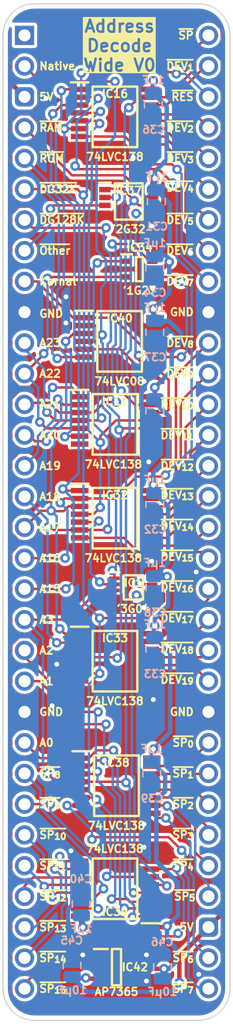
<source format=kicad_pcb>
(kicad_pcb (version 20221018) (generator pcbnew)
  (layers (0 "F.Cu" signal) (31 "B.Cu" signal) (36 "B.SilkS" user "B.Silkscreen") (37 "F.SilkS" user "F.Silkscreen") (38 "B.Mask" user) (39 "F.Mask" user) (44 "Edge.Cuts" user))
  (net 0 "")
  (net 1 "/Address Decode Board/Kernal Mode·Native Latch")
  (net 2 "/Address Decode Board/~{Device Group 128K}")
  (net 3 "/Address Decode Board/~{Device Group 32K}")
  (net 4 "/Address Decode Board/~{Device _{CS}7}")
  (net 5 "/Address Decode Board/~{Device _{CS}6}")
  (net 6 "/Address Decode Board/~{Device _{CS}5}")
  (net 7 "/Address Decode Board/~{Device _{CS}4}")
  (net 8 "/Address Decode Board/~{Device _{CS}3}")
  (net 9 "/Address Decode Board/GND")
  (net 10 "/Address Decode Board/3.3V")
  (net 11 "/Address Decode Board/A15")
  (net 12 "/Address Decode Board/A16")
  (net 13 "/Address Decode Board/A17")
  (net 14 "/Address Decode Board/A18")
  (net 15 "/Address Decode Board/A19")
  (net 16 "/Address Decode Board/A20")
  (net 17 "/Address Decode Board/A21")
  (net 18 "/Address Decode Board/A22")
  (net 19 "/Address Decode Board/A23")
  (net 20 "/Address Decode Board/~{Device _{CS}2}")
  (net 21 "/Address Decode Board/~{Device _{CS}1}")
  (net 22 "/Address Decode Board/~{SPECIAL}")
  (net 23 "/Address Decode Board/~{Device _{CS}15}")
  (net 24 "/Address Decode Board/~{Device _{CS}14}")
  (net 26 "/Address Decode Board/~{Device _{CS}13}")
  (net 30 "/Address Decode Board/~{Device _{CS}12}")
  (net 31 "/Address Decode Board/~{Device _{CS}11}")
  (net 32 "/Address Decode Board/~{Device _{CS}10}")
  (net 33 "/Address Decode Board/~{Device _{CS}9}")
  (net 34 "/Address Decode Board/~{Device _{CS}8}")
  (net 35 "/Address Decode Board/~{Device _{CS}19}")
  (net 36 "/Address Decode Board/~{Device _{CS}18}")
  (net 37 "/Address Decode Board/~{Device _{CS}17}")
  (net 38 "/Address Decode Board/~{Device _{CS}16}")
  (net 39 "/Address Decode Board/~{A21+A22+A23}")
  (net 40 "/Address Decode Board/Native Latch")
  (net 41 "/Address Decode Board/~{Native Latch}")
  (net 42 "/Address Decode Board/A3")
  (net 43 "/Address Decode Board/~{OTHER}")
  (net 44 "/Address Decode Board/~{RAM_{CS}}")
  (net 45 "/Address Decode Board/A0")
  (net 46 "/Address Decode Board/A1")
  (net 47 "/Address Decode Board/A2")
  (net 48 "/Address Decode Board/~{Special _{CS}7}")
  (net 49 "/Address Decode Board/~{Special _{CS}6}")
  (net 50 "/Address Decode Board/~{Special _{CS}5}")
  (net 51 "/Address Decode Board/~{Special _{CS}4}")
  (net 52 "/Address Decode Board/~{Special _{CS}3}")
  (net 53 "/Address Decode Board/~{Special _{CS}2}")
  (net 54 "/Address Decode Board/~{Special _{CS}1}")
  (net 55 "/Address Decode Board/~{Special _{CS}0}")
  (net 56 "/Address Decode Board/~{Special _{CS}15}")
  (net 57 "/Address Decode Board/~{Special _{CS}14}")
  (net 58 "/Address Decode Board/~{Special _{CS}13}")
  (net 59 "/Address Decode Board/~{Special _{CS}12}")
  (net 60 "/Address Decode Board/~{Special _{CS}11}")
  (net 61 "/Address Decode Board/~{Special _{CS}10}")
  (net 62 "/Address Decode Board/~{Special _{CS}9}")
  (net 63 "/Address Decode Board/~{Special _{CS}8}")
  (net 64 "/Address Decode Board/Kernal Mode")
  (net 65 "/Address Decode Board/~{ROM_{CS}}")
  (net 71 "Net-(IC37B-2A)")
  (net 72 "/Address Decode Board/5V")
  (net 74 "/Address Decode Board/~{Reset}")
  (net 76 "/Address Decode Board/~{A3}")
  (net 77 "/Address Decode Board/~{ROM}")
  (net 78 "/Address Decode Board/~{RAM}")
  (net 79 "/Address Decode Board/Reset")
  (footprint "SamacSys_Parts:SOP65P210X110-6N" (layer "F.Cu") (at 95.885 90.424)
    (fp_text reference "IC34")
    (fp_text value "74LVC1G27GW,125" hide)
  )
  (footprint "SamacSys_Parts:SOP50P310X90-8N" (layer "F.Cu") (at 95.377 116.713)
    (fp_text reference "IC1")
    (fp_text value "SN74LVC3G04DCUR" hide)
  )
  (footprint "SamacSys_Parts:SOP65P640X110-16N" (layer "F.Cu") (at 93.853 103.251)
    (fp_text reference "IC11")
    (fp_text value "74LVC138APW-Q100J" hide)
  )
  (footprint "SamacSys_Parts:SOP65P640X110-16N" (layer "F.Cu") (at 93.853 141.605 180)
    (fp_text reference "IC39")
    (fp_text value "74LVC138APW-Q100J" hide)
  )
  (footprint "SamacSys_Parts:SOP65P640X110-16N" (layer "F.Cu") (at 93.98 133.096)
    (fp_text reference "IC38")
    (fp_text value "74LVC138APW-Q100J" hide)
  )
  (footprint "SamacSys_Parts:DIP-64_Board_W15.24mm" (layer "F.Cu") (at 86.36 71.12)
    (fp_text reference "J2" hide)
    (fp_text value "Conn_02x32_Counter_Clockwise")
    (fp_line (start -1.778 78.74) (end -1.778 0) (stroke (width 0.1)) (layer "Edge.Cuts"))
    (fp_line (start 0.832188 -2.613732) (end 14.404267 -2.613733) (stroke (width 0.1)) (layer "Edge.Cuts"))
    (fp_line (start 14.404268 81.353732) (end 0.835733 81.353733) (stroke (width 0.1)) (layer "Edge.Cuts"))
    (fp_line (start 17.018 78.74) (end 17.017999 -0.000001) (stroke (width 0.1)) (layer "Edge.Cuts"))
    (fp_arc (start -1.781544 0) (mid -1.016 -1.848188) (end 0.832188 -2.613732) (stroke (width 0.1)) (layer "Edge.Cuts"))
    (fp_arc (start 0.835733 81.353733) (mid -1.012457 80.58819) (end -1.778 78.74) (stroke (width 0.1)) (layer "Edge.Cuts"))
    (fp_arc (start 14.404267 -2.613733) (mid 16.252453 -1.848189) (end 17.017999 -0.000001) (stroke (width 0.1)) (layer "Edge.Cuts"))
    (fp_arc (start 17.018 78.74) (mid 16.252456 80.588187) (end 14.404268 81.353732) (stroke (width 0.1)) (layer "Edge.Cuts"))
  )
  (footprint "SamacSys_Parts:SOP65P640X110-16N" (layer "F.Cu") (at 93.853 77.851)
    (fp_text reference "IC16")
    (fp_text value "74LVC138APW-Q100J" hide)
  )
  (footprint "SamacSys_Parts:SOP65P640X110-16N" (layer "F.Cu") (at 93.853 122.809)
    (fp_text reference "IC33")
    (fp_text value "74LVC138APW-Q100J" hide)
  )
  (footprint "SamacSys_Parts:SOP65P640X110-14N" (layer "F.Cu") (at 94.234 96.393)
    (fp_text reference "IC40")
    (fp_text value "74LVC08APW,112" hide)
  )
  (footprint "SamacSys_Parts:SOP65P400X110-8N" (layer "F.Cu") (at 94.996 84.836)
    (fp_text reference "IC37")
    (fp_text value "74LVC2G32DP,125" hide)
  )
  (footprint "SamacSys_Parts:SOP65P640X110-16N" (layer "F.Cu") (at 93.853 110.998)
    (fp_text reference "IC32")
    (fp_text value "74LVC138APW-Q100J" hide)
  )
  (footprint "SamacSys_Parts:SOT95P285X130-5N" (layer "F.Cu") (at 93.98 148.082)
    (fp_text reference "IC42")
    (fp_text value "AP7365-33WG-7" hide)
  )
  (footprint "SamacSys_Parts:PinHeader_1x32_P2.54mm_Vertical" (layer "B.Cu") (at 101.6 71.12 180)
    (fp_text reference "J1" hide)
    (fp_text value "Pin_Header_01x32")
  )
  (footprint "SamacSys_Parts:PinHeader_1x32_P2.54mm_Vertical" (layer "B.Cu") (at 86.36 71.12 180)
    (fp_text reference "J3" hide)
    (fp_text value "Pin_Header_01x32")
  )
  (footprint "SamacSys_Parts:C_0805" (layer "B.Cu") (at 90.297 147.955 180)
    (fp_text reference "C45")
    (fp_text value "10μF")
  )
  (footprint "SamacSys_Parts:C_0805" (layer "B.Cu") (at 97.155 90.297)
    (fp_text reference "C34")
    (fp_text value "1μF")
  )
  (footprint "SamacSys_Parts:C_0805" (layer "B.Cu") (at 97.155 121.793)
    (fp_text reference "C33")
    (fp_text value "1μF")
  )
  (footprint "SamacSys_Parts:C_0805" (layer "B.Cu") (at 97.79 148.082 180)
    (fp_text reference "C46")
    (fp_text value "10μF")
  )
  (footprint "SamacSys_Parts:C_0805" (layer "B.Cu") (at 91.059 142.875 180)
    (fp_text reference "C40")
    (fp_text value "1μF")
  )
  (footprint "SamacSys_Parts:C_0805" (layer "B.Cu") (at 97.155 95.631)
    (fp_text reference "C37")
    (fp_text value "1μF")
  )
  (footprint "SamacSys_Parts:C_0805" (layer "B.Cu") (at 97.028 76.835)
    (fp_text reference "C36")
    (fp_text value "1μF")
  )
  (footprint "SamacSys_Parts:C_0805" (layer "B.Cu") (at 97.155 102.108)
    (fp_text reference "C35" hide)
    (fp_text value "1μF" hide)
  )
  (footprint "SamacSys_Parts:C_0805" (layer "B.Cu") (at 97.155 116.713)
    (fp_text reference "C38")
    (fp_text value "1μF")
  )
  (footprint "SamacSys_Parts:C_0805" (layer "B.Cu") (at 96.901 132.08)
    (fp_text reference "C39")
    (fp_text value "1μF")
  )
  (footprint "SamacSys_Parts:C_0805" (layer "B.Cu") (at 97.282 84.836)
    (fp_text reference "C31")
    (fp_text value "1μF")
  )
  (footprint "SamacSys_Parts:C_0805" (layer "B.Cu") (at 97.155 109.855)
    (fp_text reference "C32")
    (fp_text value "1μF")
  )
  (gr_text "A23" (at 87.503 96.52) (layer "F.SilkS") (effects (font (size 0.635 0.635)) (justify left)))
  (gr_text "A0" (at 87.503 129.54) (layer "F.SilkS") (effects (font (size 0.635 0.635)) (justify left)))
  (gr_text "~{SP_{7}}" (at 100.457 149.86) (layer "F.SilkS") (effects (font (size 0.635 0.635)) (justify right)))
  (gr_text "~{DEV_{10}}" (at 100.457 101.6) (layer "F.SilkS") (effects (font (size 0.635 0.635)) (justify right)))
  (gr_text "~{SP_{12}}" (at 87.503 142.24) (layer "F.SilkS") (effects (font (size 0.635 0.635)) (justify left)))
  (gr_text "~{RES}" (at 100.457 76.2) (layer "F.SilkS") (effects (font (size 0.635 0.635)) (justify right)))
  (gr_text "~{DEV_{4}}" (at 100.457 83.693) (layer "F.SilkS") (effects (font (size 0.635 0.635)) (justify right)))
  (gr_text "~{DEV_{1}}" (at 100.457 73.66) (layer "F.SilkS") (effects (font (size 0.635 0.635)) (justify right)))
  (gr_text "A21" (at 87.503 101.6) (layer "F.SilkS") (effects (font (size 0.635 0.635)) (justify left)))
  (gr_text "~{DEV_{6}}" (at 100.457 88.9) (layer "F.SilkS") (effects (font (size 0.635 0.635)) (justify right)))
  (gr_text "~{DEV_{19}}" (at 100.457 124.333) (layer "F.SilkS") (effects (font (size 0.635 0.635)) (justify right)))
  (gr_text "A1" (at 87.503 124.46) (layer "F.SilkS") (effects (font (size 0.635 0.635)) (justify left)))
  (gr_text "~{Other}" (at 87.503 88.9) (layer "F.SilkS") (effects (font (size 0.635 0.635)) (justify left)))
  (gr_text "A2" (at 87.503 121.92) (layer "F.SilkS") (effects (font (size 0.635 0.635)) (justify left)))
  (gr_text "A3" (at 87.503 119.38) (layer "F.SilkS") (effects (font (size 0.635 0.635)) (justify left)))
  (gr_text "GND" (at 100.457 93.98) (layer "F.SilkS") (effects (font (size 0.635 0.635)) (justify right)))
  (gr_text "Kernal" (at 87.503 91.44) (layer "F.SilkS") (effects (font (size 0.635 0.635)) (justify left)))
  (gr_text "~{SP_{2}}" (at 100.457 134.62) (layer "F.SilkS") (effects (font (size 0.635 0.635)) (justify right)))
  (gr_text "~{SP_{9}}" (at 87.503 134.62) (layer "F.SilkS") (effects (font (size 0.635 0.635)) (justify left)))
  (gr_text "~{DEV_{13}}" (at 100.457 109.093) (layer "F.SilkS") (effects (font (size 0.635 0.635)) (justify right)))
  (gr_text "~{DG128K}" (at 87.503 86.36) (layer "F.SilkS") (effects (font (size 0.635 0.635)) (justify left)))
  (gr_text "~{ROM}" (at 87.503 81.28) (layer "F.SilkS") (effects (font (size 0.635 0.635)) (justify left)))
  (gr_text "~{SP_{13}}" (at 87.503 144.78) (layer "F.SilkS") (effects (font (size 0.635 0.635)) (justify left)))
  (gr_text "GND" (at 100.457 127) (layer "F.SilkS") (effects (font (size 0.635 0.635)) (justify right)))
  (gr_text "~{SP_{6}}" (at 100.457 147.32) (layer "F.SilkS") (effects (font (size 0.635 0.635)) (justify right)))
  (gr_text "~{SP_{11}}" (at 87.503 139.7) (layer "F.SilkS") (effects (font (size 0.635 0.635)) (justify left)))
  (gr_text "~{DEV_{9}}" (at 100.457 99.06) (layer "F.SilkS") (effects (font (size 0.635 0.635)) (justify right)))
  (gr_text "~{DEV_{18}}" (at 100.457 121.793) (layer "F.SilkS") (effects (font (size 0.635 0.635)) (justify right)))
  (gr_text "~{SP_{15}}" (at 87.503 149.86) (layer "F.SilkS") (effects (font (size 0.635 0.635)) (justify left)))
  (gr_text "~{DEV_{5}}" (at 100.457 86.36) (layer "F.SilkS") (effects (font (size 0.635 0.635)) (justify right)))
  (gr_text "5V" (at 87.503 76.2) (layer "F.SilkS") (effects (font (size 0.635 0.635)) (justify left)))
  (gr_text "~{DEV_{3}}" (at 100.457 81.28) (layer "F.SilkS") (effects (font (size 0.635 0.635)) (justify right)))
  (gr_text "A16" (at 87.503 114.3) (layer "F.SilkS") (effects (font (size 0.635 0.635)) (justify left)))
  (gr_text "A17" (at 87.503 111.76) (layer "F.SilkS") (effects (font (size 0.635 0.635)) (justify left)))
  (gr_text "Address\nDecode\nWide V0" (at 94.234 74.168) (layer "F.SilkS" knockout) (effects (font (size 1 1) (thickness 0.2) bold) (justify bottom)))
  (gr_text "~{SP}" (at 100.457 71.12) (layer "F.SilkS") (effects (font (size 0.635 0.635)) (justify right)))
  (gr_text "~{DG32K}" (at 87.503 83.82) (layer "F.SilkS") (effects (font (size 0.635 0.635)) (justify left)))
  (gr_text "~{DEV_{15}}" (at 100.457 114.173) (layer "F.SilkS") (effects (font (size 0.635 0.635)) (justify right)))
  (gr_text "~{DEV_{11}}" (at 100.457 104.14) (layer "F.SilkS") (effects (font (size 0.635 0.635)) (justify right)))
  (gr_text "~{DEV_{14}}" (at 100.457 111.633) (layer "F.SilkS") (effects (font (size 0.635 0.635)) (justify right)))
  (gr_text "~{DEV_{8}}" (at 100.457 96.52) (layer "F.SilkS") (effects (font (size 0.635 0.635)) (justify right)))
  (gr_text "A18" (at 87.503 109.22) (layer "F.SilkS") (effects (font (size 0.635 0.635)) (justify left)))
  (gr_text "~{DEV_{7}}" (at 100.457 91.44) (layer "F.SilkS") (effects (font (size 0.635 0.635)) (justify right)))
  (gr_text "~{SP_{1}}" (at 100.457 132.08) (layer "F.SilkS") (effects (font (size 0.635 0.635)) (justify right)))
  (gr_text "GND" (at 87.503 127) (layer "F.SilkS") (effects (font (size 0.635 0.635)) (justify left)))
  (gr_text "~{SP_{8}}" (at 87.503 132.08) (layer "F.SilkS") (effects (font (size 0.635 0.635)) (justify left)))
  (gr_text "~{RAM}" (at 87.503 78.74) (layer "F.SilkS") (effects (font (size 0.635 0.635)) (justify left)))
  (gr_text "~{SP_{5}}" (at 100.584 142.24) (layer "F.SilkS") (effects (font (size 0.635 0.635)) (justify right)))
  (gr_text "A19" (at 87.503 106.68) (layer "F.SilkS") (effects (font (size 0.635 0.635)) (justify left)))
  (gr_text "~{SP_{0}}" (at 100.457 129.54) (layer "F.SilkS") (effects (font (size 0.635 0.635)) (justify right)))
  (gr_text "A20" (at 87.503 104.14) (layer "F.SilkS") (effects (font (size 0.635 0.635)) (justify left)))
  (gr_text "GND" (at 87.503 94.107) (layer "F.SilkS") (effects (font (size 0.635 0.635)) (justify left)))
  (gr_text "~{SP_{4}}" (at 100.457 139.7) (layer "F.SilkS") (effects (font (size 0.635 0.635)) (justify right)))
  (gr_text "5V" (at 100.457 144.78) (layer "F.SilkS") (effects (font (size 0.635 0.635)) (justify right)))
  (gr_text "Native" (at 87.503 73.66) (layer "F.SilkS") (effects (font (size 0.635 0.635)) (justify left)))
  (gr_text "~{DEV_{16}}" (at 100.457 116.713) (layer "F.SilkS") (effects (font (size 0.635 0.635)) (justify right)))
  (gr_text "~{DEV_{2}}" (at 100.457 78.74) (layer "F.SilkS") (effects (font (size 0.635 0.635)) (justify right)))
  (gr_text "A22" (at 87.503 99.06) (layer "F.SilkS") (effects (font (size 0.635 0.635)) (justify left)))
  (gr_text "~{SP_{10}}" (at 87.503 137.16) (layer "F.SilkS") (effects (font (size 0.635 0.635)) (justify left)))
  (gr_text "A15" (at 87.503 116.84) (layer "F.SilkS") (effects (font (size 0.635 0.635)) (justify left)))
  (gr_text "~{DEV_{12}}" (at 100.457 106.68) (layer "F.SilkS") (effects (font (size 0.635 0.635)) (justify right)))
  (gr_text "~{SP_{3}}" (at 100.457 137.16) (layer "F.SilkS") (effects (font (size 0.635 0.635)) (justify right)))
  (gr_text "~{DEV_{17}}" (at 100.457 119.253) (layer "F.SilkS") (effects (font (size 0.635 0.635)) (justify right)))
  (gr_text "~{SP_{14}}" (at 87.503 147.32) (layer "F.SilkS") (effects (font (size 0.635 0.635)) (justify left)))
  (segment (start 90.415 95.743) (end 89.765 96.393) (width 0.2) (layer "F.Cu") (net 1))
  (segment (start 89.746388 104.226) (end 89.702613 104.269775) (width 0.2) (layer "F.Cu") (net 1))
  (segment (start 91.055 104.226) (end 89.746388 104.226) (width 0.2) (layer "F.Cu") (net 1))
  (segment (start 91.296 95.743) (end 90.415 95.743) (width 0.2) (layer "F.Cu") (net 1))
  (via (at 89.765 96.393) (size 0.8) (drill 0.4) (layers "F.Cu" "B.Cu") (net 1))
  (via (at 89.702613 104.269775) (size 0.8) (drill 0.4) (layers "F.Cu" "B.Cu") (net 1))
  (segment (start 90.211367 97.392681) (end 89.765 96.946314) (width 0.2) (layer "B.Cu") (net 1))
  (segment (start 89.765 96.946314) (end 89.765 96.393) (width 0.2) (layer "B.Cu") (net 1))
  (segment (start 90.211367 103.761021) (end 90.211367 97.392681) (width 0.2) (layer "B.Cu") (net 1))
  (segment (start 89.702613 104.269775) (end 90.211367 103.761021) (width 0.2) (layer "B.Cu") (net 1))
  (segment (start 93.971 122.484) (end 94.042 122.555) (width 0.2) (layer "F.Cu") (net 2))
  (segment (start 91.055 122.484) (end 93.971 122.484) (width 0.2) (layer "F.Cu") (net 2))
  (segment (start 96.905 103.576) (end 94.318682 103.576) (width 0.2) (layer "F.Cu") (net 2))
  (segment (start 87.017 87.017) (end 86.36 86.36) (width 0.2) (layer "F.Cu") (net 2))
  (segment (start 93.112998 87.017) (end 87.017 87.017) (width 0.2) (layer "F.Cu") (net 2))
  (segment (start 94.318682 103.576) (end 94.1935 103.701182) (width 0.2) (layer "F.Cu") (net 2))
  (via (at 94.042 122.555) (size 0.8) (drill 0.4) (layers "F.Cu" "B.Cu") (net 2))
  (via (at 94.1935 103.701182) (size 0.8) (drill 0.4) (layers "F.Cu" "B.Cu") (net 2))
  (via (at 93.112998 87.017) (size 0.8) (drill 0.4) (layers "F.Cu" "B.Cu") (net 2))
  (segment (start 92.926999 88.678313) (end 93.513002 89.264316) (width 0.2) (layer "B.Cu") (net 2))
  (segment (start 94.342 122.255) (end 94.042 122.555) (width 0.2) (layer "B.Cu") (net 2))
  (segment (start 93.513002 96.351998) (end 93.242999 96.622001) (width 0.2) (layer "B.Cu") (net 2))
  (segment (start 93.242999 101.674603) (end 94.1935 102.625104) (width 0.2) (layer "B.Cu") (net 2))
  (segment (start 94.1935 103.701182) (end 94.342 103.849682) (width 0.2) (layer "B.Cu") (net 2))
  (segment (start 94.342 103.849682) (end 94.342 122.255) (width 0.2) (layer "B.Cu") (net 2))
  (segment (start 92.926999 87.202999) (end 92.926999 88.678313) (width 0.2) (layer "B.Cu") (net 2))
  (segment (start 93.112998 87.017) (end 92.926999 87.202999) (width 0.2) (layer "B.Cu") (net 2))
  (segment (start 94.1935 102.625104) (end 94.1935 103.701182) (width 0.2) (layer "B.Cu") (net 2))
  (segment (start 93.513002 89.264316) (end 93.513002 96.351998) (width 0.2) (layer "B.Cu") (net 2))
  (segment (start 93.242999 96.622001) (end 93.242999 101.674603) (width 0.2) (layer "B.Cu") (net 2))
  (segment (start 92.637864 104.212136) (end 92.637864 104.741) (width 0.2) (layer "F.Cu") (net 3))
  (segment (start 96.905 102.926) (end 93.924 102.926) (width 0.2) (layer "F.Cu") (net 3))
  (segment (start 93.924 102.926) (end 92.637864 104.212136) (width 0.2) (layer "F.Cu") (net 3))
  (segment (start 90.928 77.526) (end 92.527 77.526) (width 0.2) (layer "F.Cu") (net 3))
  (segment (start 91.055 110.673) (end 92.069502 110.673) (width 0.2) (layer "F.Cu") (net 3))
  (segment (start 90.736658 83.82) (end 91.229 84.312342) (width 0.2) (layer "F.Cu") (net 3))
  (segment (start 86.36 83.82) (end 90.736658 83.82) (width 0.2) (layer "F.Cu") (net 3))
  (segment (start 92.069502 110.673) (end 92.633502 110.109) (width 0.2) (layer "F.Cu") (net 3))
  (segment (start 92.527 77.526) (end 92.6465 77.4065) (width 0.2) (layer "F.Cu") (net 3))
  (via (at 92.637864 104.741) (size 0.8) (drill 0.4) (layers "F.Cu" "B.Cu") (net 3))
  (via (at 92.6465 77.4065) (size 0.8) (drill 0.4) (layers "F.Cu" "B.Cu") (net 3))
  (via (at 91.229 84.312342) (size 0.8) (drill 0.4) (layers "F.Cu" "B.Cu") (net 3))
  (via (at 92.633502 110.109) (size 0.8) (drill 0.4) (layers "F.Cu" "B.Cu") (net 3))
  (segment (start 92.633502 110.109) (end 92.633502 104.745362) (width 0.2) (layer "B.Cu") (net 3))
  (segment (start 92.54555 77.4065) (end 92.6465 77.4065) (width 0.2) (layer "B.Cu") (net 3))
  (segment (start 91.294658 96.729286) (end 91.643 97.077628) (width 0.2) (layer "B.Cu") (net 3))
  (segment (start 91.229 84.312342) (end 91.294658 84.378) (width 0.2) (layer "B.Cu") (net 3))
  (segment (start 91.643 103.746136) (end 92.637864 104.741) (width 0.2) (layer "B.Cu") (net 3))
  (segment (start 92.633502 104.745362) (end 92.637864 104.741) (width 0.2) (layer "B.Cu") (net 3))
  (segment (start 91.294658 95.150962) (end 91.294653 95.150967) (width 0.2) (layer "B.Cu") (net 3))
  (segment (start 91.294658 96.571345) (end 91.294658 96.729286) (width 0.2) (layer "B.Cu") (net 3))
  (segment (start 91.529 84.012342) (end 91.529 78.42305) (width 0.2) (layer "B.Cu") (net 3))
  (segment (start 91.294658 84.378) (end 91.294658 95.150962) (width 0.2) (layer "B.Cu") (net 3))
  (segment (start 91.643 97.077628) (end 91.643 103.746136) (width 0.2) (layer "B.Cu") (net 3))
  (segment (start 91.229 84.312342) (end 91.529 84.012342) (width 0.2) (layer "B.Cu") (net 3))
  (segment (start 91.294653 96.57134) (end 91.294658 96.571345) (width 0.2) (layer "B.Cu") (net 3))
  (segment (start 91.529 78.42305) (end 92.54555 77.4065) (width 0.2) (layer "B.Cu") (net 3))
  (segment (start 91.294653 95.150967) (end 91.294653 96.57134) (width 0.2) (layer "B.Cu") (net 3))
  (segment (start 90.928 79.476) (end 94.679328 79.476) (width 0.2) (layer "F.Cu") (net 4))
  (segment (start 96.972328 81.769) (end 98.574785 81.769) (width 0.2) (layer "F.Cu") (net 4))
  (segment (start 94.679328 79.476) (end 96.972328 81.769) (width 0.2) (layer "F.Cu") (net 4))
  (segment (start 98.574785 81.769) (end 99 82.194215) (width 0.2) (layer "F.Cu") (net 4))
  (via (at 99 82.194215) (size 0.8) (drill 0.4) (layers "F.Cu" "B.Cu") (net 4))
  (segment (start 101.474204 91.44) (end 99.376 89.341796) (width 0.2) (layer "B.Cu") (net 4))
  (segment (start 99.376 82.570215) (end 99 82.194215) (width 0.2) (layer "B.Cu") (net 4))
  (segment (start 99.376 89.341796) (end 99.376 82.570215) (width 0.2) (layer "B.Cu") (net 4))
  (segment (start 97.957 80.126) (end 99.7 81.869) (width 0.2) (layer "F.Cu") (net 5))
  (segment (start 96.778 80.126) (end 97.957 80.126) (width 0.2) (layer "F.Cu") (net 5))
  (segment (start 99.7 87) (end 101.6 88.9) (width 0.2) (layer "F.Cu") (net 5))
  (segment (start 99.7 81.869) (end 99.7 87) (width 0.2) (layer "F.Cu") (net 5))
  (segment (start 100.1 81.619) (end 100.1 84.86) (width 0.2) (layer "F.Cu") (net 6))
  (segment (start 96.778 79.476) (end 97.957 79.476) (width 0.2) (layer "F.Cu") (net 6))
  (segment (start 97.957 79.476) (end 100.1 81.619) (width 0.2) (layer "F.Cu") (net 6))
  (segment (start 100.1 84.86) (end 101.6 86.36) (width 0.2) (layer "F.Cu") (net 6))
  (segment (start 96.778 78.826) (end 97.957 78.826) (width 0.2) (layer "F.Cu") (net 7))
  (segment (start 100.5 81.369) (end 100.5 82.72) (width 0.2) (layer "F.Cu") (net 7))
  (segment (start 97.957 78.826) (end 100.5 81.369) (width 0.2) (layer "F.Cu") (net 7))
  (segment (start 100.5 82.72) (end 101.6 83.82) (width 0.2) (layer "F.Cu") (net 7))
  (segment (start 98.496 78.176) (end 101.6 81.28) (width 0.2) (layer "F.Cu") (net 8))
  (segment (start 96.778 78.176) (end 98.496 78.176) (width 0.2) (layer "F.Cu") (net 8))
  (segment (start 97.172 95.743) (end 98.264238 95.743) (width 0.37) (layer "F.Cu") (net 9))
  (segment (start 85.262258 150.462487) (end 85.929771 151.13) (width 0.37) (layer "F.Cu") (net 9))
  (segment (start 85.844 77.555) (end 85.175 78.224) (width 0.37) (layer "F.Cu") (net 9))
  (segment (start 96.778 138.687976) (end 96.26601 138.175986) (width 0.37) (layer "F.Cu") (net 9))
  (segment (start 88.9 93.98) (end 86.36 93.98) (width 0.37) (layer "F.Cu") (net 9))
  (segment (start 89.098 123.134) (end 90.928 123.134) (width 0.37) (layer "F.Cu") (net 9))
  (segment (start 86.850844 77.555) (end 86.915158 77.555) (width 0.37) (layer "F.Cu") (net 9))
  (segment (start 91.055 113.273) (end 94.553106 113.273) (width 0.37) (layer "F.Cu") (net 9))
  (segment (start 99.314 93.98) (end 97.345504 92.011504) (width 0.37) (layer "F.Cu") (net 9))
  (segment (start 87.781844 99.314) (end 88.9 99.314) (width 0.37) (layer "F.Cu") (net 9))
  (segment (start 85.869156 100.245) (end 85.175 99.550844) (width 0.37) (layer "F.Cu") (net 9))
  (segment (start 95.123 86.868) (end 94.066 85.811) (width 0.37) (layer "F.Cu") (net 9))
  (segment (start 90.928 121.834) (end 89.833 121.834) (width 0.37) (layer "F.Cu") (net 9))
  (segment (start 96.266 118.364) (end 94.668 118.364) (width 0.37) (layer "F.Cu") (net 9))
  (segment (start 96.901 86.868) (end 99.08485 89.05185) (width 0.37) (layer "F.Cu") (net 9))
  (segment (start 93.461 135.371) (end 94.361 136.271) (width 0.37) (layer "F.Cu") (net 9))
  (segment (start 85.175 104.800844) (end 85.175 101.109156) (width 0.37) (layer "F.Cu") (net 9))
  (segment (start 97.8625 150.622) (end 99.187 150.622) (width 0.37) (layer "F.Cu") (net 9))
  (segment (start 96.075504 92.011504) (end 96.964496 92.011504) (width 0.37) (layer "F.Cu") (net 9))
  (segment (start 88.9 99.314) (end 89.871 98.343) (width 0.37) (layer "F.Cu") (net 9))
  (segment (start 96.139 129.032) (end 97.028 128.143) (width 0.37) (layer "F.Cu") (net 9))
  (segment (start 94.985 105.526) (end 95.809502 106.350502) (width 0.37) (layer "F.Cu") (net 9))
  (segment (start 92.165 138.72) (end 90.454414 138.72) (width 0.37) (layer "F.Cu") (net 9))
  (segment (start 86.850844 120.735) (end 85.869156 120.735) (width 0.37) (layer "F.Cu") (net 9))
  (segment (start 85.869156 85.175) (end 87.08 85.175) (width 0.37) (layer "F.Cu") (net 9))
  (segment (start 96.139 125.984) (end 95.239 125.084) (width 0.37) (layer "F.Cu") (net 9))
  (segment (start 86.039156 100.245) (end 86.850844 100.245) (width 0.37) (layer "F.Cu") (net 9))
  (segment (start 87.08 85.175) (end 88.138 86.233) (width 0.37) (layer "F.Cu") (net 9))
  (segment (start 95.758 90.4245) (end 95.758 91.694) (width 0.37) (layer "F.Cu") (net 9))
  (segment (start 90.206493 136.219507) (end 91.055 135.371) (width 0.37) (layer "F.Cu") (net 9))
  (segment (start 96.4655 146.6725) (end 96.4655 147.065994) (width 0.37) (layer "F.Cu") (net 9))
  (segment (start 85.175 125.815) (end 86.36 127) (width 0.37) (layer "F.Cu") (net 9))
  (segment (start 87.207 105.495) (end 87.238 105.526) (width 0.37) (layer "F.Cu") (net 9))
  (segment (start 88.138 86.233) (end 92.599 86.233) (width 0.37) (layer "F.Cu") (net 9))
  (segment (start 94.823 90.424) (end 95.7575 90.424) (width 0.37) (layer "F.Cu") (net 9))
  (segment (start 95.7575 90.424) (end 95.758 90.4245) (width 0.37) (layer "F.Cu") (net 9))
  (segment (start 86.36 93.98) (end 85.175 92.795) (width 0.37) (layer "F.Cu") (net 9))
  (segment (start 98.201 95.093) (end 99.314 93.98) (width 0.37) (layer "F.Cu") (net 9))
  (segment (start 97.028 125.984) (end 96.139 125.984) (width 0.37) (layer "F.Cu") (net 9))
  (segment (start 90.928 80.126) (end 94.2583 80.126) (width 0.37) (layer "F.Cu") (net 9))
  (segment (start 89.833 125.084) (end 89.818 125.069) (width 0.37) (layer "F.Cu") (net 9))
  (segment (start 101.6 93.98) (end 99.314 93.98) (width 0.37) (layer "F.Cu") (net 9))
  (segment (start 85.175 112.250844) (end 85.175 106.189156) (width 0.37) (layer "F.Cu") (net 9))
  (segment (start 96.24 146.447) (end 96.4655 146.6725) (width 0.37) (layer "F.Cu") (net 9))
  (segment (start 85.175 113.809156) (end 85.954156 113.03) (width 0.37) (layer "F.Cu") (net 9))
  (segment (start 89.833 121.834) (end 89.818 121.849) (width 0.37) (layer "F.Cu") (net 9))
  (segment (start 96.900992 114.554) (end 99.695 114.554) (width 0.37) (layer "F.Cu") (net 9))
  (segment (start 100.203 149.260726) (end 100.792362 148.671364) (width 0.37) (layer "F.Cu") (net 9))
  (segment (start 97.028 128.143) (end 97.028 125.984) (width 0.37) (layer "F.Cu") (net 9))
  (segment (start 94.668 118.364) (end 93.802 117.498) (width 0.37) (layer "F.Cu") (net 9))
  (segment (start 85.203734 150.225046) (end 85.262258 150.462487) (width 0.37) (layer "F.Cu") (net 9))
  (segment (start 91.80499 146.447) (end 96.24 146.447) (width 0.37) (layer "F.Cu") (net 9))
  (segment (start 85.175 121.429156) (end 85.175 125.815) (width 0.37) (layer "F.Cu") (net 9))
  (segment (start 92.68 148.082) (end 92.20199 148.082) (width 0.37) (layer "F.Cu") (net 9))
  (segment (start 91.055 105.526) (end 94.985 105.526) (width 0.37) (layer "F.Cu") (net 9))
  (segment (start 85.869156 105.495) (end 85.175 104.800844) (width 0.37) (layer "F.Cu") (net 9))
  (segment (start 95.834106 114.554) (end 96.900992 114.554) (width 0.37) (layer "F.Cu") (net 9))
  (segment (start 94.066 85.811) (end 93.021 85.811) (width 0.37) (layer "F.Cu") (net 9))
  (segment (start 95.758 91.694) (end 96.075504 92.011504) (width 0.37) (layer "F.Cu") (net 9))
  (segment (start 88.138 76.332158) (end 88.138 76.327) (width 0.37) (layer "F.Cu") (net 9))
  (segment (start 85.869156 120.735) (end 85.175 120.040844) (width 0.37) (layer "F.Cu") (net 9))
  (segment (start 85.175 101.109156) (end 86.039156 100.245) (width 0.37) (layer "F.Cu") (net 9))
  (segment (start 89.027 123.063) (end 89.027 122.911156) (width 0.37) (layer "F.Cu") (net 9))
  (segment (start 85.175 99.550844) (end 85.175 95.165) (width 0.37) (layer "F.Cu") (net 9))
  (segment (start 89.027 122.911156) (end 86.850844 120.735) (width 0.37) (layer "F.Cu") (net 9))
  (segment (start 97.345504 92.011504) (end 96.964496 92.011504) (width 0.37) (layer "F.Cu") (net 9))
  (segment (start 87.238 105.526) (end 90.928 105.526) (width 0.37) (layer "F.Cu") (net 9))
  (segment (start 85.929771 151.13) (end 87.12199 151.13) (width 0.37) (layer "F.Cu") (net 9))
  (segment (start 85.869156 120.735) (end 85.175 121.429156) (width 0.37) (layer "F.Cu") (net 9))
  (segment (start 96.901 86.868) (end 95.123 86.868) (width 0.37) (layer "F.Cu") (net 9))
  (segment (start 98.044 127) (end 101.6 127) (width 0.37) (layer "F.Cu") (net 9))
  (segment (start 86.36 127) (end 88.138 127) (width 0.37) (layer "F.Cu") (net 9))
  (segment (start 94.914 98.343) (end 96.266 99.695) (width 0.37) (layer "F.Cu") (net 9))
  (segment (start 99.08485 89.05185) (end 100.076 89.05185) (width 0.37) (layer "F.Cu") (net 9))
  (segment (start 86.850844 77.555) (end 85.844 77.555) (width 0.37) (layer "F.Cu") (net 9))
  (segment (start 88.265 79.121) (end 88.265 78.969156) (width 0.37) (layer "F.Cu") (net 9))
  (segment (start 90.810639 91.694) (end 89.794639 92.71) (width 0.37) (layer "F.Cu") (net 9))
  (segment (start 86.039156 100.245) (end 85.869156 100.245) (width 0.37) (layer "F.Cu") (net 9))
  (segment (start 87.12199 151.13) (end 91.18599 147.066) (width 0.37) (layer "F.Cu") (net 9))
  (segment (start 95.758 91.694) (end 90.810639 91.694) (width 0.37) (layer "F.Cu") (net 9))
  (segment (start 89.789 113.03) (end 90.032 113.273) (width 0.37) (layer "F.Cu") (net 9))
  (segment (start 88.646 126.492) (end 91.186 129.032) (width 0.37) (layer "F.Cu") (net 9))
  (segment (start 86.915158 77.555) (end 88.138 76.332158) (width 0.37) (layer "F.Cu") (net 9))
  (segment (start 94.361 136.271) (end 96.266 136.271) (width 0.37) (layer "F.Cu") (net 9))
  (segment (start 91.186 129.032) (end 96.139 129.032) (width 0.37) (layer "F.Cu") (net 9))
  (segment (start 85.173747 128.186253) (end 85.173747 149.978079) (width 0.37) (layer "F.Cu") (net 9))
  (segment (start 89.789 94.869) (end 88.9 93.98) (width 0.37) (layer "F.Cu") (net 9))
  (segment (start 94.553106 113.273) (end 95.834106 114.554) (width 0.37) (layer "F.Cu") (net 9))
  (segment (start 89.818 121.849) (end 89.818 123.119) (width 0.37) (layer "F.Cu") (net 9))
  (segment (start 91.296 98.343) (end 94.914 98.343) (width 0.37) (layer "F.Cu") (net 9))
  (segment (start 97.172 95.093) (end 98.201 95.093) (width 0.37) (layer "F.Cu") (net 9))
  (segment (start 97.172 95.093) (end 97.172 95.743) (width 0.37) (layer "F.Cu") (net 9))
  (segment (start 89.833 123.134) (end 90.928 123.134) (width 0.37) (layer "F.Cu") (net 9))
  (segment (start 96.778 139.33) (end 96.778 138.687976) (width 0.37) (layer "F.Cu") (net 9))
  (segment (start 90.032 113.273) (end 90.928 113.273) (width 0.37) (layer "F.Cu") (net 9))
  (segment (start 85.175 78.224) (end 85.175 84.480844) (width 0.37) (layer "F.Cu") (net 9))
  (segment (start 85.175 84.480844) (end 85.869156 85.175) (width 0.37) (layer "F.Cu") (net 9))
  (segment (start 86.36 127) (end 85.173747 128.186253) (width 0.37) (layer "F.Cu") (net 9))
  (segment (start 90.928 80.126) (end 89.27 80.126) (width 0.37) (layer "F.Cu") (net 9))
  (segment (start 89.871 98.343) (end 91.296 98.343) (width 0.37) (layer "F.Cu") (net 9))
  (segment (start 85.175 106.189156) (end 85.869156 105.495) (width 0.37) (layer "F.Cu") (net 9))
  (segment (start 88.138 127) (end 88.646 126.492) (width 0.37) (layer "F.Cu") (net 9))
  (segment (start 85.175 85.869156) (end 85.869156 85.175) (width 0.37) (layer "F.Cu") (net 9))
  (segment (start 85.173747 149.978079) (end 85.203734 150.225046) (width 0.37) (layer "F.Cu") (net 9))
  (segment (start 85.175 92.795) (end 85.175 85.869156) (width 0.37) (layer "F.Cu") (net 9))
  (segment (start 88.265 78.969156) (end 86.850844 77.555) (width 0.37) (layer "F.Cu") (net 9))
  (segment (start 94.2583 80.126) (end 95.353353 81.221053) (width 0.37) (layer "F.Cu") (net 9))
  (segment (start 95.239 125.084) (end 91.055 125.084) (width 0.37) (layer "F.Cu") (net 9))
  (segment (start 91.055 135.371) (end 93.461 135.371) (width 0.37) (layer "F.Cu") (net 9))
  (segment (start 89.27 80.126) (end 88.265 79.121) (width 0.37) (layer "F.Cu") (net 9))
  (segment (start 92.775 139.33) (end 92.165 138.72) (width 0.37) (layer "F.Cu") (net 9))
  (segment (start 95.809502 106.350502) (end 96.647 106.350502) (width 0.37) (layer "F.Cu") (net 9))
  (segment (start 92.20199 148.082) (end 91.18599 147.066) (width 0.37) (layer "F.Cu") (net 9))
  (segment (start 85.175 95.165) (end 86.36 93.98) (width 0.37) (layer "F.Cu") (net 9))
  (segment (start 85.954156 113.03) (end 85.175 112.250844) (width 0.37) (layer "F.Cu") (net 9))
  (segment (start 89.818 123.119) (end 89.833 123.134) (width 0.37) (layer "F.Cu") (net 9))
  (segment (start 92.599 86.233) (end 93.021 85.811) (width 0.37) (layer "F.Cu") (net 9))
  (segment (start 99.695 114.554) (end 100.584 115.443) (width 0.37) (layer "F.Cu") (net 9))
  (segment (start 90.206493 138.472079) (end 90.206493 136.219507) (width 0.37) (layer "F.Cu") (net 9))
  (segment (start 91.18599 147.066) (end 91.80499 146.447) (width 0.37) (layer "F.Cu") (net 9))
  (segment (start 99.187 150.622) (end 100.203 149.606) (width 0.37) (layer "F.Cu") (net 9))
  (segment (start 85.869156 105.495) (end 87.207 105.495) (width 0.37) (layer "F.Cu") (net 9))
  (segment (start 89.818 125.069) (end 89.818 123.149) (width 0.37) (layer "F.Cu") (net 9))
  (segment (start 90.454414 138.72) (end 90.206493 138.472079) (width 0.37) (layer "F.Cu") (net 9))
  (segment (start 89.027 123.063) (end 89.098 123.134) (width 0.37) (layer "F.Cu") (net 9))
  (segment (start 90.928 125.084) (end 89.833 125.084) (width 0.37) (layer "F.Cu") (net 9))
  (segment (start 98.264238 95.743) (end 98.465826 95.944588) (width 0.37) (layer "F.Cu") (net 9))
  (segment (start 100.203 149.606) (end 100.203 149.260726) (width 0.37) (layer "F.Cu") (net 9))
  (segment (start 89.818 123.149) (end 89.833 123.134) (width 0.37) (layer "F.Cu") (net 9))
  (segment (start 96.4655 149.225) (end 97.8625 150.622) (width 0.37) (layer "F.Cu") (net 9))
  (segment (start 96.905 139.33) (end 92.775 139.33) (width 0.37) (layer "F.Cu") (net 9))
  (segment (start 85.954156 113.03) (end 89.789 113.03) (width 0.37) (layer "F.Cu") (net 9))
  (segment (start 86.850844 100.245) (end 87.781844 99.314) (width 0.37) (layer "F.Cu") (net 9))
  (segment (start 85.175 120.040844) (end 85.175 113.809156) (width 0.37) (layer "F.Cu") (net 9))
  (segment (start 97.028 125.984) (end 98.044 127) (width 0.37) (layer "F.Cu") (net 9))
  (via (at 96.26601 138.175986) (size 0.8) (drill 0.4) (layers "F.Cu" "B.Cu") (net 9))
  (via (at 100.076 89.05185) (size 0.8) (drill 0.4) (layers "F.Cu" "B.Cu") (net 9))
  (via (at 88.646 126.492) (size 0.8) (drill 0.4) (layers "F.Cu" "B.Cu") (net 9))
  (via (at 89.027 123.063) (size 0.8) (drill 0.4) (layers "F.Cu" "B.Cu") (net 9))
  (via (at 89.789 94.869) (size 0.8) (drill 0.4) (layers "F.Cu" "B.Cu") (net 9))
  (via (at 91.18599 147.066) (size 0.8) (drill 0.4) (layers "F.Cu" "B.Cu") (net 9))
  (via (at 96.4655 149.225) (size 0.8) (drill 0.4) (layers "F.Cu" "B.Cu") (net 9))
  (via (at 96.900992 114.554) (size 0.8) (drill 0.4) (layers "F.Cu" "B.Cu") (net 9))
  (via (at 96.4655 147.065994) (size 0.8) (drill 0.4) (layers "F.Cu" "B.Cu") (net 9))
  (via (at 96.266 99.695) (size 0.8) (drill 0.4) (layers "F.Cu" "B.Cu") (net 9))
  (via (at 96.964496 92.011504) (size 0.8) (drill 0.4) (layers "F.Cu" "B.Cu") (net 9))
  (via (at 89.794639 92.71) (size 0.8) (drill 0.4) (layers "F.Cu" "B.Cu") (net 9))
  (via (at 96.901 86.868) (size 0.8) (drill 0.4) (layers "F.Cu" "B.Cu") (net 9))
  (via (at 100.584 115.443) (size 0.8) (drill 0.4) (layers "F.Cu" "B.Cu") (net 9))
  (via (at 96.266 136.271) (size 0.8) (drill 0.4) (layers "F.Cu" "B.Cu") (net 9))
  (via (at 98.465826 95.944588) (size 0.8) (drill 0.4) (layers "F.Cu" "B.Cu") (net 9))
  (via (at 96.647 106.350502) (size 0.8) (drill 0.4) (layers "F.Cu" "B.Cu") (net 9))
  (via (at 96.266 118.364) (size 0.8) (drill 0.4) (layers "F.Cu" "B.Cu") (net 9))
  (via (at 90.206493 138.472079) (size 0.8) (drill 0.4) (layers "F.Cu" "B.Cu") (net 9))
  (via (at 100.792362 148.671364) (size 0.8) (drill 0.4) (layers "F.Cu" "B.Cu") (net 9))
  (via (at 95.353353 81.221053) (size 0.8) (drill 0.4) (layers "F.Cu" "B.Cu") (net 9))
  (via (at 88.138 76.327) (size 0.8) (drill 0.4) (layers "F.Cu" "B.Cu") (net 9))
  (via (at 97.028 125.984) (size 0.8) (drill 0.4) (layers "F.Cu" "B.Cu") (net 9))
  (segment (start 102.785 147.980844) (end 102.09448 148.671364) (width 0.37) (layer "B.Cu") (net 9))
  (segment (start 96.901 133.046) (end 96.266 133.681) (width 0.37) (layer "B.Cu") (net 9))
  (segment (start 96.045 92.931) (end 96.964496 92.011504) (width 0.37) (layer "B.Cu") (net 9))
  (segment (start 97.282 86.487) (end 96.901 86.868) (width 0.37) (layer "B.Cu") (net 9))
  (segment (start 97.155 96.597) (end 96.045 95.487) (width 0.37) (layer "B.Cu") (net 9))
  (segment (start 100.796 115.655) (end 102.090844 115.655) (width 0.37) (layer "B.Cu") (net 9))
  (segment (start 97.028 79.546406) (end 95.353353 81.221053) (width 0.37) (layer "B.Cu") (net 9))
  (segment (start 96.4655 149.225) (end 96.4655 147.065994) (width 0.37) (layer "B.Cu") (net 9))
  (segment (start 97.155 91.263) (end 97.155 91.821) (width 0.37) (layer "B.Cu") (net 9))
  (segment (start 97.155 103.074) (end 97.155 105.842502) (width 0.37) (layer "B.Cu") (net 9))
  (segment (start 101.854 90.085) (end 102.108 90.085) (width 0.37) (layer "B.Cu") (net 9))
  (segment (start 102.785 95.165) (end 102.785 114.960844) (width 0.37) (layer "B.Cu") (net 9))
  (segment (start 102.090844 115.655) (end 102.793 116.357156) (width 0.37) (layer "B.Cu") (net 9))
  (segment (start 97.155 96.597) (end 97.155 98.806) (width 0.37) (layer "B.Cu") (net 9))
  (segment (start 93.98 72.771) (end 95.758 74.549) (width 0.37) (layer "B.Cu") (net 9))
  (segment (start 96.515506 147.116) (end 96.4655 147.065994) (width 0.37) (layer "B.Cu") (net 9))
  (segment (start 90.297 146.989) (end 91.10899 146.989) (width 0.37) (layer "B.Cu") (net 9))
  (segment (start 96.266 138.175976) (end 96.26601 138.175986) (width 0.37) (layer "B.Cu") (net 9))
  (segment (start 102.785 73.169156) (end 102.785 89.408) (width 0.37) (layer "B.Cu") (net 9))
  (segment (start 96.045 101.964) (end 96.045 99.916) (width 0.37) (layer "B.Cu") (net 9))
  (segment (start 97.028 77.801) (end 97.028 79.546406) (width 0.37) (layer "B.Cu") (net 9))
  (segment (start 96.045 99.916) (end 96.266 99.695) (width 0.37) (layer "B.Cu") (net 9))
  (segment (start 97.155 122.759) (end 97.155 125.857) (width 0.37) (layer "B.Cu") (net 9))
  (segment (start 102.108 90.085) (end 102.785 90.762) (width 0.37) (layer "B.Cu") (net 9))
  (segment (start 97.832 72.475) (end 102.090844 72.475) (width 0.37) (layer "B.Cu") (net 9))
  (segment (start 102.785 128.185) (end 102.785 147.980844) (width 0.37) (layer "B.Cu") (net 9))
  (segment (start 89.794639 92.71) (end 89.794639 94.863361) (width 0.37) (layer "B.Cu") (net 9))
  (segment (start 97.155 91.821) (end 96.964496 92.011504) (width 0.37) (layer "B.Cu") (net 9))
  (segment (start 102.793 125.807) (end 101.6 127) (width 0.37) (layer "B.Cu") (net 9))
  (segment (start 97.282 85.802) (end 97.282 86.487) (width 0.37) (layer "B.Cu") (net 9))
  (segment (start 97.155 110.821) (end 97.155 114.299992) (width 0.37) (layer "B.Cu") (net 9))
  (segment (start 97.79 147.116) (end 96.515506 147.116) (width 0.37) (layer "B.Cu") (net 9))
  (segment (start 97.155 98.806) (end 96.266 99.695) (width 0.37) (layer "B.Cu") (net 9))
  (segment (start 88.138 74.422) (end 89.789 72.771) (width 0.37) (layer "B.Cu") (net 9))
  (segment (start 96.951 117.679) (end 96.266 118.364) (width 0.37) (layer "B.Cu") (net 9))
  (segment (start 95.758 76.531) (end 97.028 77.801) (width 0.37) (layer "B.Cu") (net 9))
  (segment (start 97.155 96.597) (end 97.813414 96.597) (width 0.37) (layer "B.Cu") (net 9))
  (segment (start 96.045 121.649) (end 97.155 122.759) (width 0.37) (layer "B.Cu") (net 9))
  (segment (start 97.813414 96.597) (end 98.465826 95.944588) (width 0.37) (layer "B.Cu") (net 9))
  (segment (start 91.059 139.324586) (end 90.206493 138.472079) (width 0.37) (layer "B.Cu") (net 9))
  (segment (start 89.949 146.641) (end 90.297 146.989) (width 0.37) (layer "B.Cu") (net 9))
  (segment (start 96.045 95.487) (end 96.045 92.931) (width 0.37) (layer "B.Cu") (net 9))
  (segment (start 97.155 114.299992) (end 96.900992 114.554) (width 0.37) (layer "B.Cu") (net 9))
  (segment (start 89.789 72.771) (end 93.98 72.771) (width 0.37) (layer "B.Cu") (net 9))
  (segment (start 96.266 133.681) (end 96.266 136.271) (width 0.37) (layer "B.Cu") (net 9))
  (segment (start 89.949 143.295974) (end 89.949 146.641) (width 0.37) (layer "B.Cu") (net 9))
  (segment (start 97.155 103.074) (end 96.045 101.964) (width 0.37) (layer "B.Cu") (net 9))
  (segment (start 95.758 74.549) (end 95.758 76.531) (width 0.37) (layer "B.Cu") (net 9))
  (segment (start 102.108 90.085) (end 102.785 89.408) (width 0.37) (layer "B.Cu") (net 9))
  (segment (start 89.027 123.063) (end 89.027 126.111) (width 0.37) (layer "B.Cu") (net 9))
  (segment (start 102.090844 72.475) (end 102.785 73.169156) (width 0.37) (layer "B.Cu") (net 9))
  (segment (start 96.266 136.271) (end 96.266 138.175976) (width 0.37) (layer "B.Cu") (net 9))
  (segment (start 96.045 118.585) (end 96.045 121.649) (width 0.37) (layer "B.Cu") (net 9))
  (segment (start 102.785 91.059) (end 102.785 92.795) (width 0.37) (layer "B.Cu") (net 9))
  (segment (start 91.059 142.185974) (end 89.949 143.295974) (width 0.37) (layer "B.Cu") (net 9))
  (segment (start 91.10899 146.989) (end 91.18599 147.066) (width 0.37) (layer "B.Cu") (net 9))
  (segment (start 101.854 90.085) (end 101.10915 90.085) (width 0.37) (layer "B.Cu") (net 9))
  (segment (start 95.758 74.549) (end 97.832 72.475) (width 0.37) (layer "B.Cu") (net 9))
  (segment (start 95.791 131.659026) (end 95.791 130.396) (width 0.37) (layer "B.Cu") (net 9))
  (segment (start 101.6 93.98) (end 102.785 95.165) (width 0.37) (layer "B.Cu") (net 9))
  (segment (start 102.785 114.960844) (end 102.090844 115.655) (width 0.37) (layer "B.Cu") (net 9))
  (segment (start 91.059 141.909) (end 91.059 139.324586) (width 0.37) (layer "B.Cu") (net 9))
  (segment (start 102.793 116.357156) (end 102.793 125.807) (width 0.37) (layer "B.Cu") (net 9))
  (segment (start 89.794639 94.863361) (end 89.789 94.869) (width 0.37) (layer "B.Cu") (net 9))
  (segment (start 96.266 129.921) (end 96.266 126.746) (width 0.37) (layer "B.Cu") (net 9))
  (segment (start 97.155 105.842502) (end 96.647 106.350502) (width 0.37) (layer "B.Cu") (net 9))
  (segment (start 102.785 92.795) (end 101.6 93.98) (width 0.37) (layer "B.Cu") (net 9))
  (segment (start 102.785 90.762) (end 102.785 91.059) (width 0.37) (layer "B.Cu") (net 9))
  (segment (start 95.791 130.396) (end 96.266 129.921) (width 0.37) (layer "B.Cu") (net 9))
  (segment (start 89.027 126.111) (end 88.646 126.492) (width 0.37) (layer "B.Cu") (net 9))
  (segment (start 96.266 126.746) (end 97.028 125.984) (width 0.37) (layer "B.Cu") (net 9))
  (segment (start 96.266 118.364) (end 96.045 118.585) (width 0.37) (layer "B.Cu") (net 9))
  (segment (start 101.6 127) (end 102.785 128.185) (width 0.37) (layer "B.Cu") (net 9))
  (segment (start 102.09448 148.671364) (end 100.792362 148.671364) (width 0.37) (layer "B.Cu") (net 9))
  (segment (start 88.138 76.327) (end 88.138 74.422) (width 0.37) (layer "B.Cu") (net 9))
  (segment (start 96.901 132.769026) (end 95.791 131.659026) (width 0.37) (layer "B.Cu") (net 9))
  (segment (start 97.155 125.857) (end 97.028 125.984) (width 0.37) (layer "B.Cu") (net 9))
  (segment (start 101.10915 90.085) (end 100.076 89.05185) (width 0.37) (layer "B.Cu") (net 9))
  (segment (start 100.584 115.443) (end 100.796 115.655) (width 0.37) (layer "B.Cu") (net 9))
  (segment (start 97.172 93.87) (end 97.028 93.726) (width 0.37) (layer "F.Cu") (net 10))
  (segment (start 96.971 83.115) (end 97.155 82.931) (width 0.37) (layer "F.Cu") (net 10))
  (segment (start 97.028 75.318) (end 97.028 74.868) (width 0.37) (layer "F.Cu") (net 10))
  (segment (start 96.971 83.861) (end 96.971 83.115) (width 0.37) (layer "F.Cu") (net 10))
  (segment (start 91.055 144.649) (end 91.186 144.78) (width 0.37) (layer "F.Cu") (net 10))
  (segment (start 97.155 100.203) (end 97.155 100.718) (width 0.37) (layer "F.Cu") (net 10))
  (segment (start 95.443 147.132) (end 95.443 147.407658) (width 0.37) (layer "F.Cu") (net 10))
  (segment (start 96.774 75.572) (end 97.028 75.318) (width 0.37) (layer "F.Cu") (net 10))
  (segment (start 96.250842 148.2155) (end 97.917 148.2155) (width 0.37) (layer "F.Cu") (net 10))
  (segment (start 91.055 143.88) (end 91.055 144.649) (width 0.37) (layer "F.Cu") (net 10))
  (segment (start 98.095502 144.78) (end 98.171 144.704502) (width 0.37) (layer "F.Cu") (net 10))
  (segment (start 96.905 130.821) (end 96.905 130.201542) (width 0.37) (layer "F.Cu") (net 10))
  (segment (start 91.186 144.78) (end 98.095502 144.78) (width 0.37) (layer "F.Cu") (net 10))
  (segment (start 96.947 90.424) (end 97.754615 90.424) (width 0.37) (layer "F.Cu") (net 10))
  (segment (start 97.155 120.284) (end 97.155 119.888) (width 0.37) (layer "F.Cu") (net 10))
  (segment (start 96.952 115.928) (end 97.056 115.824) (width 0.37) (layer "F.Cu") (net 10))
  (segment (start 96.905 120.534) (end 97.155 120.284) (width 0.37) (layer "F.Cu") (net 10))
  (segment (start 97.172 94.443) (end 97.172 93.87) (width 0.37) (layer "F.Cu") (net 10))
  (segment (start 96.905 130.201542) (end 97.036775 130.069767) (width 0.37) (layer "F.Cu") (net 10))
  (segment (start 95.443 147.407658) (end 96.250842 148.2155) (width 0.37) (layer "F.Cu") (net 10))
  (segment (start 97.754615 90.424) (end 98.352648 89.825967) (width 0.37) (layer "F.Cu") (net 10))
  (segment (start 96.901 108.719) (end 97.028 108.592) (width 0.37) (layer "F.Cu") (net 10))
  (segment (start 97.056 115.824) (end 98.170996 115.824) (width 0.37) (layer "F.Cu") (net 10))
  (segment (start 97.155 100.718) (end 96.901 100.972) (width 0.37) (layer "F.Cu") (net 10))
  (segment (start 97.028 108.592) (end 97.028 108.269) (width 0.37) (layer "F.Cu") (net 10))
  (via (at 97.155 82.931) (size 0.8) (drill 0.4) (layers "F.Cu" "B.Cu") (net 10))
  (via (at 97.917 148.2155) (size 0.8) (drill 0.4) (layers "F.Cu" "B.Cu") (net 10))
  (via (at 97.028 74.868) (size 0.8) (drill 0.4) (layers "F.Cu" "B.Cu") (net 10))
  (via (at 97.155 100.203) (size 0.8) (drill 0.4) (layers "F.Cu" "B.Cu") (net 10))
  (via (at 97.028 93.726) (size 0.8) (drill 0.4) (layers "F.Cu" "B.Cu") (net 10))
  (via (at 97.036775 130.069767) (size 0.8) (drill 0.4) (layers "F.Cu" "B.Cu") (net 10))
  (via (at 98.170996 115.824) (size 0.8) (drill 0.4) (layers "F.Cu" "B.Cu") (net 10))
  (via (at 98.352648 89.825967) (size 0.8) (drill 0.4) (layers "F.Cu" "B.Cu") (net 10))
  (via (at 97.155 119.888) (size 0.8) (drill 0.4) (layers "F.Cu" "B.Cu") (net 10))
  (via (at 91.186 144.78) (size 0.8) (drill 0.4) (layers "F.Cu" "B.Cu") (net 10))
  (via (at 97.028 108.269) (size 0.8) (drill 0.4) (layers "F.Cu" "B.Cu") (net 10))
  (via (at 98.171 144.704502) (size 0.8) (drill 0.4) (layers "F.Cu" "B.Cu") (net 10))
  (segment (start 97.917 148.2155) (end 98.313526 148.2155) (width 0.37) (layer "B.Cu") (net 10))
  (segment (start 98.352648 89.589648) (end 98.352648 89.825967) (width 0.37) (layer "B.Cu") (net 10))
  (segment (start 97.155 101.174) (end 97.155 100.203) (width 0.37) (layer "B.Cu") (net 10))
  (segment (start 98.138 77.011) (end 97.028 75.901) (width 0.37) (layer "B.Cu") (net 10))
  (segment (start 97.155 82.931) (end 97.155 83.775) (width 0.37) (layer "B.Cu") (net 10))
  (segment (start 98.392 85.012) (end 97.282 83.902) (width 0.37) (layer "B.Cu") (net 10))
  (segment (start 97.028 93.726) (end 97.028 94.57) (width 0.37) (layer "B.Cu") (net 10))
  (segment (start 98.352648 92.401352) (end 98.352648 89.825967) (width 0.37) (layer "B.Cu") (net 10))
  (segment (start 98.265 118.192026) (end 98.265 115.918004) (width 0.37) (layer "B.Cu") (net 10))
  (segment (start 98.011 133.559026) (end 98.011 132.256) (width 0.37) (layer "B.Cu") (net 10))
  (segment (start 98.265 110.031) (end 97.155 108.921) (width 0.37) (layer "B.Cu") (net 10))
  (segment (start 97.155 119.888) (end 97.155 119.302026) (width 0.37) (layer "B.Cu") (net 10))
  (segment (start 98.265 115.918004) (end 98.170996 115.824) (width 0.37) (layer "B.Cu") (net 10))
  (segment (start 97.2 115.824) (end 98.170996 115.824) (width 0.37) (layer "B.Cu") (net 10))
  (segment (start 97.155 115.779) (end 98.265 114.669) (width 0.37) (layer "B.Cu") (net 10))
  (segment (start 97.155 82.372106) (end 98.138 81.389106) (width 0.37) (layer "B.Cu") (net 10))
  (segment (start 98.011 132.256) (end 96.901 131.146) (width 0.37) (layer "B.Cu") (net 10))
  (segment (start 97.237 89.281) (end 98.044 89.281) (width 0.37) (layer "B.Cu") (net 10))
  (segment (start 97.155 89.363) (end 98.392 88.126) (width 0.37) (layer "B.Cu") (net 10))
  (segment (start 98.9 147.629026) (end 98.9 146.525) (width 0.37) (layer "B.Cu") (net 10))
  (segment (start 97.028 107.188) (end 97.028 108.269) (width 0.37) (layer "B.Cu") (net 10))
  (segment (start 98.9 146.525) (end 98.171 145.796) (width 0.37) (layer "B.Cu") (net 10))
  (segment (start 98.265 114.669) (end 98.265 110.031) (width 0.37) (layer "B.Cu") (net 10))
  (segment (start 98.265 102.521319) (end 98.265 105.951) (width 0.37) (layer "B.Cu") (net 10))
  (segment (start 99.064 141.102584) (end 97.282 139.320584) (width 0.37) (layer "B.Cu") (net 10))
  (segment (start 91.186 143.936) (end 91.186 144.78) (width 0.37) (layer "B.Cu") (net 10))
  (segment (start 98.552 98.806) (end 98.552 97.249158) (width 0.37) (layer "B.Cu") (net 10))
  (segment (start 98.171 145.796) (end 98.171 144.704502) (width 0.37) (layer "B.Cu") (net 10))
  (segment (start 97.282 134.288026) (end 98.011 133.559026) (width 0.37) (layer "B.Cu") (net 10))
  (segment (start 98.171 144.704502) (end 99.064 143.811502) (width 0.37) (layer "B.Cu") (net 10))
  (segment (start 97.282 139.320584) (end 97.282 134.288026) (width 0.37) (layer "B.Cu") (net 10))
  (segment (start 96.901 131.146) (end 96.901 130.205542) (width 0.37) (layer "B.Cu") (net 10))
  (segment (start 97.155 108.396) (end 97.028 108.269) (width 0.37) (layer "B.Cu") (net 10))
  (segment (start 99.064 143.811502) (end 99.064 141.102584) (width 0.37) (layer "B.Cu") (net 10))
  (segment (start 98.265 105.951) (end 97.028 107.188) (width 0.37) (layer "B.Cu") (net 10))
  (segment (start 98.425 122.129) (end 98.425 128.681542) (width 0.37) (layer "B.Cu") (net 10))
  (segment (start 98.044 89.281) (end 98.352648 89.589648) (width 0.37) (layer "B.Cu") (net 10))
  (segment (start 96.901 130.205542) (end 97.036775 130.069767) (width 0.37) (layer "B.Cu") (net 10))
  (segment (start 99.318 95.686626) (end 98.328374 94.697) (width 0.37) (layer "B.Cu") (net 10))
  (segment (start 97.028 75.901) (end 97.028 74.868) (width 0.37) (layer "B.Cu") (net 10))
  (segment (start 97.155 100.203) (end 98.552 98.806) (width 0.37) (layer "B.Cu") (net 10))
  (segment (start 97.155 120.859) (end 98.425 122.129) (width 0.37) (layer "B.Cu") (net 10))
  (segment (start 97.155 119.888) (end 97.155 120.859) (width 0.37) (layer "B.Cu") (net 10))
  (segment (start 98.138 81.389106) (end 98.138 77.011) (width 0.37) (layer "B.Cu") (net 10))
  (segment (start 97.155 82.931) (end 97.155 82.372106) (width 0.37) (layer "B.Cu") (net 10))
  (segment (start 99.318 96.483158) (end 99.318 95.686626) (width 0.37) (layer "B.Cu") (net 10))
  (segment (start 97.155 119.302026) (end 98.265 118.192026) (width 0.37) (layer "B.Cu") (net 10))
  (segment (start 98.425 128.681542) (end 97.036775 130.069767) (width 0.37) (layer "B.Cu") (net 10))
  (segment (start 97.155 108.921) (end 97.155 108.396) (width 0.37) (layer "B.Cu") (net 10))
  (segment (start 97.917 148.2155) (end 97.917 148.889) (width 0.37) (layer "B.Cu") (net 10))
  (segment (start 98.392 88.126) (end 98.392 85.012) (width 0.37) (layer "B.Cu") (net 10))
  (segment (start 98.552 97.249158) (end 99.318 96.483158) (width 0.37) (layer "B.Cu") (net 10))
  (segment (start 98.313526 148.2155) (end 98.9 147.629026) (width 0.37) (layer "B.Cu") (net 10))
  (segment (start 97.028 93.726) (end 98.352648 92.401352) (width 0.37) (layer "B.Cu") (net 10))
  (segment (start 97.155 101.411319) (end 98.265 102.521319) (width 0.37) (layer "B.Cu") (net 10))
  (segment (start 98.328374 94.697) (end 97.155 94.697) (width 0.37) (layer "B.Cu") (net 10))
  (segment (start 89.524 75.576) (end 89.408 75.692) (width 0.2) (layer "F.Cu") (net 11))
  (segment (start 91.055 108.723) (end 89.673 108.723) (width 0.2) (layer "F.Cu") (net 11))
  (segment (start 89.673 108.723) (end 89.535 108.585) (width 0.2) (layer "F.Cu") (net 11))
  (segment (start 90.928 75.576) (end 89.524 75.576) (width 0.2) (layer "F.Cu") (net 11))
  (segment (start 86.36 116.84) (end 89.788996 116.84) (width 0.2) (layer "F.Cu") (net 11))
  (via (at 89.408 75.692) (size 0.8) (drill 0.4) (layers "F.Cu" "B.Cu") (net 11))
  (via (at 89.788996 116.84) (size 0.8) (drill 0.4) (layers "F.Cu" "B.Cu") (net 11))
  (via (at 89.535 108.585) (size 0.8) (drill 0.4) (layers "F.Cu" "B.Cu") (net 11))
  (segment (start 88.961999 78.450051) (end 88.961999 83.754999) (width 0.2) (layer "B.Cu") (net 11))
  (segment (start 88.961999 83.754999) (end 90.494653 85.287653) (width 0.2) (layer "B.Cu") (net 11))
  (segment (start 90.494653 85.287653) (end 90.494653 97.110281) (width 0.2) (layer "B.Cu") (net 11))
  (segment (start 90.424 116.204996) (end 90.424 109.474) (width 0.2) (layer "B.Cu") (net 11))
  (segment (start 89.408 78.00405) (end 88.961999 78.450051) (width 0.2) (layer "B.Cu") (net 11))
  (segment (start 90.843 97.458628) (end 90.843 107.277) (width 0.2) (layer "B.Cu") (net 11))
  (segment (start 90.843 107.277) (end 89.535 108.585) (width 0.2) (layer "B.Cu") (net 11))
  (segment (start 90.424 109.474) (end 89.535 108.585) (width 0.2) (layer "B.Cu") (net 11))
  (segment (start 89.788996 116.84) (end 90.424 116.204996) (width 0.2) (layer "B.Cu") (net 11))
  (segment (start 89.408 75.692) (end 89.408 78.00405) (width 0.2) (layer "B.Cu") (net 11))
  (segment (start 90.494653 97.110281) (end 90.843 97.458628) (width 0.2) (layer "B.Cu") (net 11))
  (segment (start 93.827 109.373) (end 89.664622 109.373) (width 0.2) (layer "F.Cu") (net 12))
  (segment (start 90.928 76.226) (end 92.354994 76.226) (width 0.2) (layer "F.Cu") (net 12))
  (segment (start 98.044 107.442) (end 97.917 107.569) (width 0.2) (layer "F.Cu") (net 12))
  (segment (start 89.723994 114.3) (end 89.724 114.299994) (width 0.2) (layer "F.Cu") (net 12))
  (segment (start 90.551 81.915) (end 90.805 82.169) (width 0.2) (layer "F.Cu") (net 12))
  (segment (start 86.36 114.3) (end 89.723994 114.3) (width 0.2) (layer "F.Cu") (net 12))
  (segment (start 95.631 107.569) (end 93.827 109.373) (width 0.2) (layer "F.Cu") (net 12))
  (segment (start 97.917 107.569) (end 95.631 107.569) (width 0.2) (layer "F.Cu") (net 12))
  (segment (start 97.471 82.169) (end 98.614 83.312) (width 0.2) (layer "F.Cu") (net 12))
  (segment (start 89.664622 109.373) (end 89.317013 109.720609) (width 0.2) (layer "F.Cu") (net 12))
  (segment (start 92.354994 76.226) (end 92.456 76.327006) (width 0.2) (layer "F.Cu") (net 12))
  (segment (start 90.805 82.169) (end 97.471 82.169) (width 0.2) (layer "F.Cu") (net 12))
  (via (at 92.456 76.327006) (size 0.8) (drill 0.4) (layers "F.Cu" "B.Cu") (net 12))
  (via (at 89.724 114.299994) (size 0.8) (drill 0.4) (layers "F.Cu" "B.Cu") (net 12))
  (via (at 98.044 107.442) (size 0.8) (drill 0.4) (layers "F.Cu" "B.Cu") (net 12))
  (via (at 89.317013 109.720609) (size 0.8) (drill 0.4) (layers "F.Cu" "B.Cu") (net 12))
  (via (at 98.614 83.312) (size 0.8) (drill 0.4) (layers "F.Cu" "B.Cu") (net 12))
  (via (at 90.551 81.915) (size 0.8) (drill 0.4) (layers "F.Cu" "B.Cu") (net 12))
  (segment (start 90.678 78.232) (end 90.678 81.788) (width 0.2) (layer "B.Cu") (net 12))
  (segment (start 89.916 114.107994) (end 89.916 110.319596) (width 0.2) (layer "B.Cu") (net 12))
  (segment (start 89.724 114.299994) (end 89.916 114.107994) (width 0.2) (layer "B.Cu") (net 12))
  (segment (start 100.203 105.283) (end 100.203 90.734481) (width 0.2) (layer "B.Cu") (net 12))
  (segment (start 98.976 83.674) (end 98.614 83.312) (width 0.2) (layer "B.Cu") (net 12))
  (segment (start 98.044 107.442) (end 100.203 105.283) (width 0.2) (layer "B.Cu") (net 12))
  (segment (start 100.203 90.734481) (end 98.976 89.507481) (width 0.2) (layer "B.Cu") (net 12))
  (segment (start 92.456 76.454) (end 90.678 78.232) (width 0.2) (layer "B.Cu") (net 12))
  (segment (start 89.916 110.319596) (end 89.317013 109.720609) (width 0.2) (layer "B.Cu") (net 12))
  (segment (start 92.456 76.327006) (end 92.456 76.454) (width 0.2) (layer "B.Cu") (net 12))
  (segment (start 90.678 81.788) (end 90.551 81.915) (width 0.2) (layer "B.Cu") (net 12))
  (segment (start 98.976 89.507481) (end 98.976 83.674) (width 0.2) (layer "B.Cu") (net 12))
  (segment (start 89.606963 110.420609) (end 88.60544 110.420609) (width 0.2) (layer "F.Cu") (net 13))
  (segment (start 90.004572 110.023) (end 89.606963 110.420609) (width 0.2) (layer "F.Cu") (net 13))
  (segment (start 91.055 110.023) (end 90.004572 110.023) (width 0.2) (layer "F.Cu") (net 13))
  (segment (start 91.055 120.534) (end 89.673 120.534) (width 0.2) (layer "F.Cu") (net 13))
  (segment (start 89.429 76.876) (end 88.708 77.597) (width 0.2) (layer "F.Cu") (net 13))
  (segment (start 87.736827 110.383173) (end 88.568004 110.383173) (width 0.2) (layer "F.Cu") (net 13))
  (segment (start 86.36 111.76) (end 87.736827 110.383173) (width 0.2) (layer "F.Cu") (net 13))
  (segment (start 88.60544 110.420609) (end 88.568004 110.383173) (width 0.2) (layer "F.Cu") (net 13))
  (segment (start 90.928 76.876) (end 89.429 76.876) (width 0.2) (layer "F.Cu") (net 13))
  (segment (start 89.673 120.534) (end 89.281 120.142) (width 0.2) (layer "F.Cu") (net 13))
  (via (at 88.568004 110.383173) (size 0.8) (drill 0.4) (layers "F.Cu" "B.Cu") (net 13))
  (via (at 88.708 77.597) (size 0.8) (drill 0.4) (layers "F.Cu" "B.Cu") (net 13))
  (via (at 89.281 120.142) (size 0.8) (drill 0.4) (layers "F.Cu" "B.Cu") (net 13))
  (segment (start 88.868004 104.933996) (end 88.568004 105.233996) (width 0.2) (layer "B.Cu") (net 13))
  (segment (start 89.811367 97.558367) (end 89.811367 103.000683) (width 0.2) (layer "B.Cu") (net 13))
  (segment (start 89.607712 84.966397) (end 89.607712 91.621288) (width 0.2) (layer "B.Cu") (net 13))
  (segment (start 88.568004 105.233996) (end 88.568004 110.383173) (width 0.2) (layer "B.Cu") (net 13))
  (segment (start 89.024 110.839169) (end 88.568004 110.383173) (width 0.2) (layer "B.Cu") (net 13))
  (segment (start 89.065 96.812) (end 89.811367 97.558367) (width 0.2) (layer "B.Cu") (net 13))
  (segment (start 88.868004 103.944046) (end 88.868004 104.933996) (width 0.2) (layer "B.Cu") (net 13))
  (segment (start 89.607712 91.621288) (end 89.065 92.164) (width 0.2) (layer "B.Cu") (net 13))
  (segment (start 89.065 92.164) (end 89.065 96.812) (width 0.2) (layer "B.Cu") (net 13))
  (segment (start 89.281 120.142) (end 89.024 119.885) (width 0.2) (layer "B.Cu") (net 13))
  (segment (start 88.561999 83.920684) (end 89.607712 84.966397) (width 0.2) (layer "B.Cu") (net 13))
  (segment (start 88.708 77.597) (end 88.561999 77.743001) (width 0.2) (layer "B.Cu") (net 13))
  (segment (start 88.561999 77.743001) (end 88.561999 83.920684) (width 0.2) (layer "B.Cu") (net 13))
  (segment (start 89.024 119.885) (end 89.024 110.839169) (width 0.2) (layer "B.Cu") (net 13))
  (segment (start 89.811367 103.000683) (end 88.868004 103.944046) (width 0.2) (layer "B.Cu") (net 13))
  (segment (start 88.478 111.973) (end 93.192 111.973) (width 0.2) (layer "F.Cu") (net 14))
  (segment (start 88.265 111.76) (end 88.478 111.973) (width 0.2) (layer "F.Cu") (net 14))
  (segment (start 90.928 78.176) (end 92.351694 78.176) (width 0.2) (layer "F.Cu") (net 14))
  (segment (start 90.954 121.285) (end 89.027 121.285) (width 0.2) (layer "F.Cu") (net 14))
  (segment (start 92.351694 78.176) (end 92.579981 78.404287) (width 0.2) (layer "F.Cu") (net 14))
  (segment (start 93.192 111.973) (end 93.242 111.923) (width 0.2) (layer "F.Cu") (net 14))
  (via (at 88.265 111.76) (size 0.8) (drill 0.4) (layers "F.Cu" "B.Cu") (net 14))
  (via (at 92.579981 78.404287) (size 0.8) (drill 0.4) (layers "F.Cu" "B.Cu") (net 14))
  (via (at 93.242 111.923) (size 0.8) (drill 0.4) (layers "F.Cu" "B.Cu") (net 14))
  (via (at 89.027 121.285) (size 0.8) (drill 0.4) (layers "F.Cu" "B.Cu") (net 14))
  (segment (start 91.929 79.055268) (end 91.929 84.924315) (width 0.2) (layer "B.Cu") (net 14))
  (segment (start 91.694658 85.158657) (end 91.694658 95.316647) (width 0.2) (layer "B.Cu") (net 14))
  (segment (start 92.043 96.911942) (end 92.043 103.156186) (width 0.2) (layer "B.Cu") (net 14))
  (segment (start 91.694658 95.316647) (end 91.694653 95.316653) (width 0.2) (layer "B.Cu") (net 14))
  (segment (start 89.027 121.285) (end 88.265 120.523) (width 0.2) (layer "B.Cu") (net 14))
  (segment (start 93.345 104.458186) (end 93.345 111.82) (width 0.2) (layer "B.Cu") (net 14))
  (segment (start 86.36 109.22) (end 88.265 111.125) (width 0.2) (layer "B.Cu") (net 14))
  (segment (start 91.694658 96.405659) (end 91.694658 96.5636) (width 0.2) (layer "B.Cu") (net 14))
  (segment (start 91.694653 95.316653) (end 91.694653 96.405654) (width 0.2) (layer "B.Cu") (net 14))
  (segment (start 92.043 103.156186) (end 93.345 104.458186) (width 0.2) (layer "B.Cu") (net 14))
  (segment (start 88.265 111.125) (end 88.265 111.76) (width 0.2) (layer "B.Cu") (net 14))
  (segment (start 91.694653 96.405654) (end 91.694658 96.405659) (width 0.2) (layer "B.Cu") (net 14))
  (segment (start 93.345 111.82) (end 93.242 111.923) (width 0.2) (layer "B.Cu") (net 14))
  (segment (start 88.265 120.523) (end 88.265 111.76) (width 0.2) (layer "B.Cu") (net 14))
  (segment (start 92.579981 78.404287) (end 91.929 79.055268) (width 0.2) (layer "B.Cu") (net 14))
  (segment (start 91.929 84.924315) (end 91.694658 85.158657) (width 0.2) (layer "B.Cu") (net 14))
  (segment (start 91.694658 96.5636) (end 92.043 96.911942) (width 0.2) (layer "B.Cu") (net 14))
  (segment (start 90.282 100.203) (end 88.689026 100.203) (width 0.2) (layer "F.Cu") (net 15))
  (segment (start 91.055 100.976) (end 90.282 100.203) (width 0.2) (layer "F.Cu") (net 15))
  (via (at 88.689026 100.203) (size 0.8) (drill 0.4) (layers "F.Cu" "B.Cu") (net 15))
  (segment (start 87.466027 105.573973) (end 87.466027 104.214653) (width 0.2) (layer "B.Cu") (net 15))
  (segment (start 87.466027 104.214653) (end 88.907989 102.772691) (width 0.2) (layer "B.Cu") (net 15))
  (segment (start 88.389 100.503026) (end 88.689026 100.203) (width 0.2) (layer "B.Cu") (net 15))
  (segment (start 88.389 101.43728) (end 88.389 100.503026) (width 0.2) (layer "B.Cu") (net 15))
  (segment (start 88.907989 101.956269) (end 88.389 101.43728) (width 0.2) (layer "B.Cu") (net 15))
  (segment (start 88.907989 102.772691) (end 88.907989 101.956269) (width 0.2) (layer "B.Cu") (net 15))
  (segment (start 86.36 106.68) (end 87.466027 105.573973) (width 0.2) (layer "B.Cu") (net 15))
  (segment (start 87.231027 104.646023) (end 88.166027 104.646023) (width 0.2) (layer "F.Cu") (net 16))
  (segment (start 89.571335 101.626) (end 89.111367 101.166032) (width 0.2) (layer "F.Cu") (net 16))
  (segment (start 91.055 101.626) (end 89.571335 101.626) (width 0.2) (layer "F.Cu") (net 16))
  (segment (start 86.725004 104.14) (end 87.231027 104.646023) (width 0.2) (layer "F.Cu") (net 16))
  (via (at 89.111367 101.166032) (size 0.8) (drill 0.4) (layers "F.Cu" "B.Cu") (net 16))
  (via (at 88.166027 104.646023) (size 0.8) (drill 0.4) (layers "F.Cu" "B.Cu") (net 16))
  (segment (start 89.389 102.857365) (end 88.166027 104.080338) (width 0.2) (layer "B.Cu") (net 16))
  (segment (start 88.166027 104.080338) (end 88.166027 104.646023) (width 0.2) (layer "B.Cu") (net 16))
  (segment (start 89.389 101.443665) (end 89.389 102.857365) (width 0.2) (layer "B.Cu") (net 16))
  (segment (start 89.111367 101.166032) (end 89.389 101.443665) (width 0.2) (layer "B.Cu") (net 16))
  (segment (start 93.966783 101.408435) (end 92.974407 101.408435) (width 0.2) (layer "F.Cu") (net 17))
  (segment (start 89.231385 102.276) (end 88.428385 101.473) (width 0.2) (layer "F.Cu") (net 17))
  (segment (start 96.7345 89.774) (end 95.310494 88.349994) (width 0.2) (layer "F.Cu") (net 17))
  (segment (start 92.974407 101.408435) (end 92.106842 102.276) (width 0.2) (layer "F.Cu") (net 17))
  (segment (start 92.106842 102.276) (end 89.231385 102.276) (width 0.2) (layer "F.Cu") (net 17))
  (segment (start 88.428385 101.473) (end 86.487 101.473) (width 0.2) (layer "F.Cu") (net 17))
  (segment (start 95.310494 88.349994) (end 93.626999 88.349994) (width 0.2) (layer "F.Cu") (net 17))
  (via (at 93.966783 101.408435) (size 0.8) (drill 0.4) (layers "F.Cu" "B.Cu") (net 17))
  (via (at 93.626999 88.349994) (size 0.8) (drill 0.4) (layers "F.Cu" "B.Cu") (net 17))
  (segment (start 93.966783 101.408435) (end 93.643 101.084652) (width 0.2) (layer "B.Cu") (net 17))
  (segment (start 93.643 101.084652) (end 93.643 96.926316) (width 0.2) (layer "B.Cu") (net 17))
  (segment (start 93.643 96.926316) (end 93.913002 96.656313) (width 0.2) (layer "B.Cu") (net 17))
  (segment (start 93.913002 96.656313) (end 93.913002 88.635997) (width 0.2) (layer "B.Cu") (net 17))
  (segment (start 93.913002 88.635997) (end 93.626999 88.349994) (width 0.2) (layer "B.Cu") (net 17))
  (segment (start 86.36 99.06) (end 87.946904 97.473096) (width 0.2) (layer "F.Cu") (net 18))
  (segment (start 91.048775 103.569775) (end 88.137247 103.569775) (width 0.2) (layer "F.Cu") (net 18))
  (segment (start 88.137247 103.569775) (end 87.629101 103.061629) (width 0.2) (layer "F.Cu") (net 18))
  (segment (start 88.377 91.074) (end 88.265 91.186) (width 0.2) (layer "F.Cu") (net 18))
  (segment (start 87.946904 97.473096) (end 87.946904 97.409) (width 0.2) (layer "F.Cu") (net 18))
  (segment (start 94.823 91.074) (end 88.377 91.074) (width 0.2) (layer "F.Cu") (net 18))
  (via (at 87.629101 103.061629) (size 0.8) (drill 0.4) (layers "F.Cu" "B.Cu") (net 18))
  (via (at 88.265 91.186) (size 0.8) (drill 0.4) (layers "F.Cu" "B.Cu") (net 18))
  (via (at 87.946904 97.409) (size 0.8) (drill 0.4) (layers "F.Cu" "B.Cu") (net 18))
  (segment (start 87.497142 100.197142) (end 87.497142 102.92967) (width 0.2) (layer "B.Cu") (net 18))
  (segment (start 87.497142 102.92967) (end 87.629101 103.061629) (width 0.2) (layer "B.Cu") (net 18))
  (segment (start 86.36 99.06) (end 87.497142 100.197142) (width 0.2) (layer "B.Cu") (net 18))
  (segment (start 87.946904 97.409) (end 88.265 97.090904) (width 0.2) (layer "B.Cu") (net 18))
  (segment (start 88.265 97.090904) (end 88.265 91.186) (width 0.2) (layer "B.Cu") (net 18))
  (segment (start 92.547239 102.926) (end 88.88777 102.926) (width 0.2) (layer "F.Cu") (net 19))
  (segment (start 92.743 102.730239) (end 92.547239 102.926) (width 0.2) (layer "F.Cu") (net 19))
  (segment (start 92.536658 89.774) (end 92.394658 89.916) (width 0.2) (layer "F.Cu") (net 19))
  (segment (start 94.823 89.774) (end 92.536658 89.774) (width 0.2) (layer "F.Cu") (net 19))
  (segment (start 88.88777 102.926) (end 88.207989 102.246219) (width 0.2) (layer "F.Cu") (net 19))
  (via (at 88.207989 102.246219) (size 0.8) (drill 0.4) (layers "F.Cu" "B.Cu") (net 19))
  (via (at 92.743 102.730239) (size 0.8) (drill 0.4) (layers "F.Cu" "B.Cu") (net 19))
  (via (at 92.394658 89.916) (size 0.8) (drill 0.4) (layers "F.Cu" "B.Cu") (net 19))
  (segment (start 92.094658 96.239973) (end 92.094653 96.239968) (width 0.2) (layer "B.Cu") (net 19))
  (segment (start 92.743 102.730239) (end 92.443001 102.43024) (width 0.2) (layer "B.Cu") (net 19))
  (segment (start 92.094658 95.482332) (end 92.094658 90.216) (width 0.2) (layer "B.Cu") (net 19))
  (segment (start 92.094653 95.482338) (end 92.094658 95.482332) (width 0.2) (layer "B.Cu") (net 19))
  (segment (start 92.094653 96.239968) (end 92.094653 95.482338) (width 0.2) (layer "B.Cu") (net 19))
  (segment (start 87.989 98.657) (end 87.989 102.02723) (width 0.2) (layer "B.Cu") (net 19))
  (segment (start 92.094658 90.216) (end 92.394658 89.916) (width 0.2) (layer "B.Cu") (net 19))
  (segment (start 86.36 97.028) (end 87.989 98.657) (width 0.2) (layer "B.Cu") (net 19))
  (segment (start 87.989 102.02723) (end 88.207989 102.246219) (width 0.2) (layer "B.Cu") (net 19))
  (segment (start 92.443 96.746256) (end 92.094658 96.397914) (width 0.2) (layer "B.Cu") (net 19))
  (segment (start 92.443001 102.43024) (end 92.443 96.746256) (width 0.2) (layer "B.Cu") (net 19))
  (segment (start 92.094658 96.397914) (end 92.094658 96.239973) (width 0.2) (layer "B.Cu") (net 19))
  (segment (start 100.511 77.651) (end 101.6 78.74) (width 0.2) (layer "F.Cu") (net 20))
  (segment (start 96.828 77.651) (end 100.511 77.651) (width 0.2) (layer "F.Cu") (net 20))
  (segment (start 98.13 76.876) (end 96.778 76.876) (width 0.2) (layer "F.Cu") (net 21))
  (segment (start 101.346 73.66) (end 98.13 76.876) (width 0.2) (layer "F.Cu") (net 21))
  (segment (start 100.5 72.22) (end 101.6 71.12) (width 0.2) (layer "F.Cu") (net 22))
  (segment (start 96.778 76.226) (end 95.859 76.226) (width 0.2) (layer "F.Cu") (net 22))
  (segment (start 96.778 76.226) (end 98.145 76.226) (width 0.2) (layer "F.Cu") (net 22))
  (segment (start 91.055 132.771) (end 94.698004 132.771) (width 0.2) (layer "F.Cu") (net 22))
  (segment (start 100.5 73.871) (end 100.5 72.22) (width 0.2) (layer "F.Cu") (net 22))
  (segment (start 94.698004 132.771) (end 94.769 132.841996) (width 0.2) (layer "F.Cu") (net 22))
  (segment (start 96.905 141.93) (end 95.402334 141.93) (width 0.2) (layer "F.Cu") (net 22))
  (segment (start 98.145 76.226) (end 100.5 73.871) (width 0.2) (layer "F.Cu") (net 22))
  (segment (start 95.402334 141.93) (end 95.386904 141.94543) (width 0.2) (layer "F.Cu") (net 22))
  (segment (start 95.859 76.226) (end 94.996 77.089) (width 0.2) (layer "F.Cu") (net 22))
  (via (at 94.769 132.841996) (size 0.8) (drill 0.4) (layers "F.Cu" "B.Cu") (net 22))
  (via (at 95.386904 141.94543) (size 0.8) (drill 0.4) (layers "F.Cu" "B.Cu") (net 22))
  (via (at 94.996 77.089) (size 0.8) (drill 0.4) (layers "F.Cu" "B.Cu") (net 22))
  (segment (start 94.726999 87.569336) (end 94.418 87.260337) (width 0.2) (layer "B.Cu") (net 22))
  (segment (start 95.067192 104.176808) (end 95.067192 100.202147) (width 0.2) (layer "B.Cu") (net 22))
  (segment (start 94.769 132.841996) (end 95.072 133.144996) (width 0.2) (layer "B.Cu") (net 22))
  (segment (start 94.769 132.841996) (end 94.769 104.475) (width 0.2) (layer "B.Cu") (net 22))
  (segment (start 94.443001 99.577955) (end 94.443001 97.257685) (width 0.2) (layer "B.Cu") (net 22))
  (segment (start 95.072 133.144996) (end 95.072 141.630526) (width 0.2) (layer "B.Cu") (net 22))
  (segment (start 94.769 104.475) (end 95.067192 104.176808) (width 0.2) (layer "B.Cu") (net 22))
  (segment (start 94.726999 96.973687) (end 94.726999 87.569336) (width 0.2) (layer "B.Cu") (net 22))
  (segment (start 94.418 87.260337) (end 94.418 85.16) (width 0.2) (layer "B.Cu") (net 22))
  (segment (start 95.067192 100.202147) (end 94.443001 99.577955) (width 0.2) (layer "B.Cu") (net 22))
  (segment (start 94.653353 84.924647) (end 94.653353 77.431647) (width 0.2) (layer "B.Cu") (net 22))
  (segment (start 94.443001 97.257685) (end 94.726999 96.973687) (width 0.2) (layer "B.Cu") (net 22))
  (segment (start 94.653353 77.431647) (end 94.996 77.089) (width 0.2) (layer "B.Cu") (net 22))
  (segment (start 94.418 85.16) (end 94.653353 84.924647) (width 0.2) (layer "B.Cu") (net 22))
  (segment (start 95.072 141.630526) (end 95.386904 141.94543) (width 0.2) (layer "B.Cu") (net 22))
  (segment (start 101.098 113.798) (end 101.6 114.3) (width 0.2) (layer "F.Cu") (net 23))
  (segment (start 91.055 112.623) (end 94.589 112.623) (width 0.2) (layer "F.Cu") (net 23))
  (segment (start 95.764 113.798) (end 101.098 113.798) (width 0.2) (layer "F.Cu") (net 23))
  (segment (start 94.589 112.623) (end 95.764 113.798) (width 0.2) (layer "F.Cu") (net 23))
  (segment (start 100.087 113.273) (end 101.6 111.76) (width 0.2) (layer "F.Cu") (net 24))
  (segment (start 96.905 113.273) (end 100.087 113.273) (width 0.2) (layer "F.Cu") (net 24))
  (segment (start 96.905 112.623) (end 98.197 112.623) (width 0.2) (layer "F.Cu") (net 26))
  (segment (start 98.197 112.623) (end 101.6 109.22) (width 0.2) (layer "F.Cu") (net 26))
  (segment (start 96.905 111.973) (end 98.084 111.973) (width 0.2) (layer "F.Cu") (net 30))
  (segment (start 100.5 107.78) (end 101.6 106.68) (width 0.2) (layer "F.Cu") (net 30))
  (segment (start 98.084 111.973) (end 100.5 109.557) (width 0.2) (layer "F.Cu") (net 30))
  (segment (start 100.5 109.557) (end 100.5 107.78) (width 0.2) (layer "F.Cu") (net 30))
  (segment (start 100.1 109.307) (end 100.1 105.64) (width 0.2) (layer "F.Cu") (net 31))
  (segment (start 96.905 111.323) (end 98.084 111.323) (width 0.2) (layer "F.Cu") (net 31))
  (segment (start 100.1 105.64) (end 101.6 104.14) (width 0.2) (layer "F.Cu") (net 31))
  (segment (start 98.084 111.323) (end 100.1 109.307) (width 0.2) (layer "F.Cu") (net 31))
  (segment (start 98.084 110.673) (end 99.7 109.057) (width 0.2) (layer "F.Cu") (net 32))
  (segment (start 99.7 109.057) (end 99.7 103.5) (width 0.2) (layer "F.Cu") (net 32))
  (segment (start 96.905 110.673) (end 98.084 110.673) (width 0.2) (layer "F.Cu") (net 32))
  (segment (start 99.7 103.5) (end 101.6 101.6) (width 0.2) (layer "F.Cu") (net 32))
  (segment (start 96.905 110.023) (end 98.084 110.023) (width 0.2) (layer "F.Cu") (net 33))
  (segment (start 98.084 110.023) (end 99.3 108.807) (width 0.2) (layer "F.Cu") (net 33))
  (segment (start 99.300001 101.359999) (end 101.6 99.06) (width 0.2) (layer "F.Cu") (net 33))
  (segment (start 99.3 108.807) (end 99.300001 101.359999) (width 0.2) (layer "F.Cu") (net 33))
  (segment (start 96.905 109.373) (end 98.084 109.373) (width 0.2) (layer "F.Cu") (net 34))
  (segment (start 98.900001 108.556999) (end 98.900001 99.219999) (width 0.2) (layer "F.Cu") (net 34))
  (segment (start 98.084 109.373) (end 98.900001 108.556999) (width 0.2) (layer "F.Cu") (net 34))
  (segment (start 98.900001 99.219999) (end 101.6 96.52) (width 0.2) (layer "F.Cu") (net 34))
  (segment (start 96.905 123.134) (end 100.274 123.134) (width 0.2) (layer "F.Cu") (net 35))
  (segment (start 100.274 123.134) (end 101.6 124.46) (width 0.2) (layer "F.Cu") (net 35))
  (segment (start 101.036 122.484) (end 101.6 121.92) (width 0.2) (layer "F.Cu") (net 36))
  (segment (start 96.905 122.484) (end 101.036 122.484) (width 0.2) (layer "F.Cu") (net 36))
  (segment (start 99.146 121.834) (end 101.6 119.38) (width 0.2) (layer "F.Cu") (net 37))
  (segment (start 96.905 121.834) (end 99.146 121.834) (width 0.2) (layer "F.Cu") (net 37))
  (segment (start 98.084 121.184) (end 101.6 117.668) (width 0.2) (layer "F.Cu") (net 38))
  (segment (start 101.6 117.668) (end 101.6 116.84) (width 0.2) (layer "F.Cu") (net 38))
  (segment (start 96.905 121.184) (end 98.084 121.184) (width 0.2) (layer "F.Cu") (net 38))
  (segment (start 99.334297 97.693) (end 99.348711 97.678586) (width 0.2) (layer "F.Cu") (net 39))
  (segment (start 96.947 91.074) (end 98.948 91.074) (width 0.2) (layer "F.Cu") (net 39))
  (segment (start 97.172 97.693) (end 99.334297 97.693) (width 0.2) (layer "F.Cu") (net 39))
  (segment (start 98.948 91.074) (end 99.314 91.44) (width 0.2) (layer "F.Cu") (net 39))
  (via (at 99.314 91.44) (size 0.8) (drill 0.4) (layers "F.Cu" "B.Cu") (net 39))
  (via (at 99.348711 97.678586) (size 0.8) (drill 0.4) (layers "F.Cu" "B.Cu") (net 39))
  (segment (start 99.803 91.929) (end 99.803 97.224297) (width 0.2) (layer "B.Cu") (net 39))
  (segment (start 99.803 97.224297) (end 99.348711 97.678586) (width 0.2) (layer "B.Cu") (net 39))
  (segment (start 99.314 91.44) (end 99.803 91.929) (width 0.2) (layer "B.Cu") (net 39))
  (segment (start 92.3335 95.885) (end 92.357346 95.861154) (width 0.2) (layer "F.Cu") (net 40))
  (segment (start 92.357346 95.861154) (end 92.794653 95.861154) (width 0.2) (layer "F.Cu") (net 40))
  (segment (start 92.3335 96.3885) (end 92.329 96.393) (width 0.2) (layer "F.Cu") (net 40))
  (segment (start 91.296 95.093) (end 92.2335 95.093) (width 0.2) (layer "F.Cu") (net 40))
  (segment (start 93.802 115.476) (end 93.642 115.316) (width 0.2) (layer "F.Cu") (net 40))
  (segment (start 92.2335 95.093) (end 92.3335 95.193) (width 0.2) (layer "F.Cu") (net 40))
  (segment (start 92.3335 95.193) (end 92.3335 95.885) (width 0.2) (layer "F.Cu") (net 40))
  (segment (start 92.3335 95.885) (end 92.3335 96.3885) (width 0.2) (layer "F.Cu") (net 40))
  (segment (start 92.329 96.393) (end 91.296 96.393) (width 0.2) (layer "F.Cu") (net 40))
  (segment (start 86.36 73.66) (end 87.63 74.93) (width 0.2) (layer "F.Cu") (net 40))
  (segment (start 87.63 74.93) (end 93.853 74.93) (width 0.2) (layer "F.Cu") (net 40))
  (segment (start 93.802 115.963) (end 93.802 115.476) (width 0.2) (layer "F.Cu") (net 40))
  (via (at 93.853 74.93) (size 0.8) (drill 0.4) (layers "F.Cu" "B.Cu") (net 40))
  (via (at 92.794653 95.861154) (size 0.8) (drill 0.4) (layers "F.Cu" "B.Cu") (net 40))
  (via (at 93.642 115.316) (size 0.8) (drill 0.4) (layers "F.Cu" "B.Cu") (net 40))
  (segment (start 93.853 74.93) (end 93.853 79.502) (width 0.2) (layer "B.Cu") (net 40))
  (segment (start 93.853 79.502) (end 92.329 81.026) (width 0.2) (layer "B.Cu") (net 40))
  (segment (start 92.329 81.026) (end 92.329 88.860392) (width 0.2) (layer "B.Cu") (net 40))
  (segment (start 93.443 102.44029) (end 93.443 103.940632) (width 0.2) (layer "B.Cu") (net 40))
  (segment (start 93.094658 91.547338) (end 92.705787 91.936209) (width 0.2) (layer "B.Cu") (net 40))
  (segment (start 93.094658 89.62605) (end 93.094658 91.547338) (width 0.2) (layer "B.Cu") (net 40))
  (segment (start 92.715998 95.939809) (end 92.715998 96.453572) (width 0.2) (layer "B.Cu") (net 40))
  (segment (start 92.715998 96.453572) (end 92.842997 96.580571) (width 0.2) (layer "B.Cu") (net 40))
  (segment (start 92.794653 95.861154) (end 92.715998 95.939809) (width 0.2) (layer "B.Cu") (net 40))
  (segment (start 92.705787 95.772288) (end 92.794653 95.861154) (width 0.2) (layer "B.Cu") (net 40))
  (segment (start 93.942 104.439632) (end 93.942 115.016) (width 0.2) (layer "B.Cu") (net 40))
  (segment (start 93.942 115.016) (end 93.642 115.316) (width 0.2) (layer "B.Cu") (net 40))
  (segment (start 92.842997 101.840286) (end 93.443 102.44029) (width 0.2) (layer "B.Cu") (net 40))
  (segment (start 92.705787 91.936209) (end 92.705787 95.772288) (width 0.2) (layer "B.Cu") (net 40))
  (segment (start 93.443 103.940632) (end 93.942 104.439632) (width 0.2) (layer "B.Cu") (net 40))
  (segment (start 92.842997 96.580571) (end 92.842997 101.840286) (width 0.2) (layer "B.Cu") (net 40))
  (segment (start 92.329 88.860392) (end 93.094658 89.62605) (width 0.2) (layer "B.Cu") (net 40))
  (segment (start 93.098898 83.783102) (end 94.451102 83.783102) (width 0.2) (layer "F.Cu") (net 41))
  (segment (start 95.98997 116.463) (end 95.905937 116.378967) (width 0.2) (layer "F.Cu") (net 41))
  (segment (start 96.952 116.463) (end 95.98997 116.463) (width 0.2) (layer "F.Cu") (net 41))
  (segment (start 95.829 85.161) (end 95.439097 84.771097) (width 0.2) (layer "F.Cu") (net 41))
  (segment (start 94.451102 83.783102) (end 95.439097 84.771097) (width 0.2) (layer "F.Cu") (net 41))
  (segment (start 96.971 85.161) (end 95.829 85.161) (width 0.2) (layer "F.Cu") (net 41))
  (via (at 95.439097 84.771097) (size 0.8) (drill 0.4) (layers "F.Cu" "B.Cu") (net 41))
  (via (at 95.905937 116.378967) (size 0.8) (drill 0.4) (layers "F.Cu" "B.Cu") (net 41))
  (segment (start 94.818 87.094652) (end 94.818 85.392194) (width 0.2) (layer "B.Cu") (net 41))
  (segment (start 95.159999 97.106373) (end 95.159999 87.43665) (width 0.2) (layer "B.Cu") (net 41))
  (segment (start 95.56 116.03303) (end 95.56 100.129269) (width 0.2) (layer "B.Cu") (net 41))
  (segment (start 94.818 85.392194) (end 95.439097 84.771097) (width 0.2) (layer "B.Cu") (net 41))
  (segment (start 95.905937 116.378967) (end 95.56 116.03303) (width 0.2) (layer "B.Cu") (net 41))
  (segment (start 95.159999 87.43665) (end 94.818 87.094652) (width 0.2) (layer "B.Cu") (net 41))
  (segment (start 95.56 100.129269) (end 94.843001 99.41227) (width 0.2) (layer "B.Cu") (net 41))
  (segment (start 94.843001 97.423371) (end 95.159999 97.106373) (width 0.2) (layer "B.Cu") (net 41))
  (segment (start 94.843001 99.41227) (end 94.843001 97.423371) (width 0.2) (layer "B.Cu") (net 41))
  (segment (start 91.055 133.421) (end 89.606 133.421) (width 0.2) (layer "F.Cu") (net 42))
  (segment (start 92.46 116.963) (end 90.043 119.38) (width 0.2) (layer "F.Cu") (net 42))
  (segment (start 90.043 119.38) (end 86.36 119.38) (width 0.2) (layer "F.Cu") (net 42))
  (segment (start 93.802 116.963) (end 92.46 116.963) (width 0.2) (layer "F.Cu") (net 42))
  (segment (start 89.606 133.421) (end 88.265 132.08) (width 0.2) (layer "F.Cu") (net 42))
  (via (at 88.265 132.08) (size 0.8) (drill 0.4) (layers "F.Cu" "B.Cu") (net 42))
  (segment (start 87.884 131.699) (end 88.265 132.08) (width 0.2) (layer "B.Cu") (net 42))
  (segment (start 87.884 120.904) (end 87.884 131.699) (width 0.2) (layer "B.Cu") (net 42))
  (segment (start 86.36 119.38) (end 87.884 120.904) (width 0.2) (layer "B.Cu") (net 42))
  (segment (start 93.021 85.161) (end 88.794712 85.161) (width 0.2) (layer "F.Cu") (net 43))
  (segment (start 88.794712 85.161) (end 88.507712 85.448) (width 0.2) (layer "F.Cu") (net 43))
  (via (at 88.507712 85.448) (size 0.8) (drill 0.4) (layers "F.Cu" "B.Cu") (net 43))
  (segment (start 88.507712 86.752288) (end 88.507712 85.448) (width 0.2) (layer "B.Cu") (net 43))
  (segment (start 86.36 88.9) (end 88.507712 86.752288) (width 0.2) (layer "B.Cu") (net 43))
  (segment (start 90.297 82.677) (end 86.36 78.74) (width 0.2) (layer "F.Cu") (net 44))
  (segment (start 96.971 84.511) (end 96.449 84.511) (width 0.2) (layer "F.Cu") (net 44))
  (segment (start 94.615 82.677) (end 90.297 82.677) (width 0.2) (layer "F.Cu") (net 44))
  (segment (start 96.449 84.511) (end 94.615 82.677) (width 0.2) (layer "F.Cu") (net 44))
  (segment (start 95.375609 143.88) (end 95.308111 143.947498) (width 0.2) (layer "F.Cu") (net 45))
  (segment (start 91.683 130.821) (end 92.329 130.175) (width 0.2) (layer "F.Cu") (net 45))
  (segment (start 91.055 130.821) (end 87.641 130.821) (width 0.2) (layer "F.Cu") (net 45))
  (segment (start 96.905 143.88) (end 95.375609 143.88) (width 0.2) (layer "F.Cu") (net 45))
  (segment (start 92.329 130.175) (end 93.726 130.175) (width 0.2) (layer "F.Cu") (net 45))
  (segment (start 87.641 130.821) (end 86.36 129.54) (width 0.2) (layer "F.Cu") (net 45))
  (via (at 93.726 130.175) (size 0.8) (drill 0.4) (layers "F.Cu" "B.Cu") (net 45))
  (via (at 95.308111 143.947498) (size 0.8) (drill 0.4) (layers "F.Cu" "B.Cu") (net 45))
  (segment (start 94.676999 141.801211) (end 94.671998 141.79621) (width 0.2) (layer "B.Cu") (net 45))
  (segment (start 94.671998 141.79621) (end 94.671998 133.799626) (width 0.2) (layer "B.Cu") (net 45))
  (segment (start 94.069 130.518) (end 93.726 130.175) (width 0.2) (layer "B.Cu") (net 45))
  (segment (start 95.442 143.813609) (end 95.442 142.990477) (width 0.2) (layer "B.Cu") (net 45))
  (segment (start 94.671998 133.799626) (end 94.069 133.196628) (width 0.2) (layer "B.Cu") (net 45))
  (segment (start 94.069 133.196628) (end 94.069 130.518) (width 0.2) (layer "B.Cu") (net 45))
  (segment (start 95.308111 143.947498) (end 95.442 143.813609) (width 0.2) (layer "B.Cu") (net 45))
  (segment (start 95.442 142.990477) (end 94.677 142.225477) (width 0.2) (layer "B.Cu") (net 45))
  (segment (start 94.677 142.225477) (end 94.676999 141.801211) (width 0.2) (layer "B.Cu") (net 45))
  (segment (start 91.15995 128.016) (end 93.104137 128.016) (width 0.2) (layer "F.Cu") (net 46))
  (segment (start 91.055 131.471) (end 91.806497 131.471) (width 0.2) (layer "F.Cu") (net 46))
  (segment (start 87.60395 124.46) (end 91.15995 128.016) (width 0.2) (layer "F.Cu") (net 46))
  (segment (start 96.905 143.23) (end 94.64353 143.23) (width 0.2) (layer "F.Cu") (net 46))
  (segment (start 94.64353 143.23) (end 94.627956 143.214426) (width 0.2) (layer "F.Cu") (net 46))
  (segment (start 92.264812 131.012685) (end 92.963998 131.012685) (width 0.2) (layer "F.Cu") (net 46))
  (segment (start 86.36 124.46) (end 87.60395 124.46) (width 0.2) (layer "F.Cu") (net 46))
  (segment (start 91.806497 131.471) (end 92.264812 131.012685) (width 0.2) (layer "F.Cu") (net 46))
  (via (at 93.104137 128.016) (size 0.8) (drill 0.4) (layers "F.Cu" "B.Cu") (net 46))
  (via (at 94.627956 143.214426) (size 0.8) (drill 0.4) (layers "F.Cu" "B.Cu") (net 46))
  (via (at 92.963998 131.012685) (size 0.8) (drill 0.4) (layers "F.Cu" "B.Cu") (net 46))
  (segment (start 94.627956 143.214426) (end 94.276999 142.863469) (width 0.2) (layer "B.Cu") (net 46))
  (segment (start 93.104137 128.016) (end 92.963998 128.156139) (width 0.2) (layer "B.Cu") (net 46))
  (segment (start 94.271998 135.05095) (end 94.271998 133.965312) (width 0.2) (layer "B.Cu") (net 46))
  (segment (start 92.963998 128.156139) (end 92.963998 131.012685) (width 0.2) (layer "B.Cu") (net 46))
  (segment (start 93.669 133.362314) (end 93.669 131.717687) (width 0.2) (layer "B.Cu") (net 46))
  (segment (start 94.272 141.961896) (end 94.272 135.050952) (width 0.2) (layer "B.Cu") (net 46))
  (segment (start 93.669 131.717687) (end 92.963998 131.012685) (width 0.2) (layer "B.Cu") (net 46))
  (segment (start 94.271998 133.965312) (end 93.669 133.362314) (width 0.2) (layer "B.Cu") (net 46))
  (segment (start 94.276999 142.863469) (end 94.276999 141.966897) (width 0.2) (layer "B.Cu") (net 46))
  (segment (start 94.272 135.050952) (end 94.271998 135.05095) (width 0.2) (layer "B.Cu") (net 46))
  (segment (start 94.276999 141.966897) (end 94.272 141.961896) (width 0.2) (layer "B.Cu") (net 46))
  (segment (start 90.932 127) (end 92.456 127) (width 0.2) (layer "F.Cu") (net 47))
  (segment (start 92.202524 132.121) (end 92.404133 131.919391) (width 0.2) (layer "F.Cu") (net 47))
  (segment (start 96.798998 142.686002) (end 95.087049 142.686002) (width 0.2) (layer "F.Cu") (net 47))
  (segment (start 95.087049 142.686002) (end 94.855046 142.453999) (width 0.2) (layer "F.Cu") (net 47))
  (segment (start 91.055 132.121) (end 92.202524 132.121) (width 0.2) (layer "F.Cu") (net 47))
  (segment (start 86.36 122.428) (end 90.932 127) (width 0.2) (layer "F.Cu") (net 47))
  (segment (start 94.855046 142.453999) (end 93.577109 142.453999) (width 0.2) (layer "F.Cu") (net 47))
  (via (at 92.456 127) (size 0.8) (drill 0.4) (layers "F.Cu" "B.Cu") (net 47))
  (via (at 92.404133 131.919391) (size 0.8) (drill 0.4) (layers "F.Cu" "B.Cu") (net 47))
  (via (at 93.577109 142.453999) (size 0.8) (drill 0.4) (layers "F.Cu" "B.Cu") (net 47))
  (segment (start 93.871998 134.130998) (end 93.871998 142.15911) (width 0.2) (layer "B.Cu") (net 47))
  (segment (start 92.263998 127.192002) (end 92.456 127) (width 0.2) (layer "B.Cu") (net 47))
  (segment (start 93.871998 142.15911) (end 93.577109 142.453999) (width 0.2) (layer "B.Cu") (net 47))
  (segment (start 92.404133 131.919391) (end 92.404133 132.663133) (width 0.2) (layer "B.Cu") (net 47))
  (segment (start 92.263998 131.779256) (end 92.263998 127.192002) (width 0.2) (layer "B.Cu") (net 47))
  (segment (start 92.404133 131.919391) (end 92.263998 131.779256) (width 0.2) (layer "B.Cu") (net 47))
  (segment (start 92.404133 132.663133) (end 93.871998 134.130998) (width 0.2) (layer "B.Cu") (net 47))
  (segment (start 99.375475 138.43) (end 98.294475 137.349) (width 0.2) (layer "F.Cu") (net 48))
  (segment (start 98.294475 137.349) (end 92.14 137.349) (width 0.2) (layer "F.Cu") (net 48))
  (segment (start 92.14 137.349) (end 91.948 137.541) (width 0.2) (layer "F.Cu") (net 48))
  (segment (start 89.89487 134.733612) (end 91.042388 134.733612) (width 0.2) (layer "F.Cu") (net 48))
  (via (at 91.948 137.541) (size 0.8) (drill 0.4) (layers "F.Cu" "B.Cu") (net 48))
  (via (at 89.89487 134.733612) (size 0.8) (drill 0.4) (layers "F.Cu" "B.Cu") (net 48))
  (via (at 99.375475 138.43) (size 0.8) (drill 0.4) (layers "F.Cu" "B.Cu") (net 48))
  (segment (start 100.838 149.86) (end 99.949 148.971) (width 0.2) (layer "B.Cu") (net 48))
  (segment (start 99.949 140.736005) (end 99.7 140.487005) (width 0.2) (layer "B.Cu") (net 48))
  (segment (start 99.949 148.971) (end 99.949 140.736005) (width 0.2) (layer "B.Cu") (net 48))
  (segment (start 89.89487 134.733612) (end 91.948 136.786742) (width 0.2) (layer "B.Cu") (net 48))
  (segment (start 99.7 140.487005) (end 99.7 138.754525) (width 0.2) (layer "B.Cu") (net 48))
  (segment (start 91.948 136.786742) (end 91.948 137.541) (width 0.2) (layer "B.Cu") (net 48))
  (segment (start 101.6 149.86) (end 100.838 149.86) (width 0.2) (layer "B.Cu") (net 48))
  (segment (start 99.7 138.754525) (end 99.375475 138.43) (width 0.2) (layer "B.Cu") (net 48))
  (segment (start 97.297 135.763) (end 98.067 135.763) (width 0.2) (layer "F.Cu") (net 49))
  (segment (start 96.905 135.371) (end 97.297 135.763) (width 0.2) (layer "F.Cu") (net 49))
  (via (at 98.067 135.763) (size 0.8) (drill 0.4) (layers "F.Cu" "B.Cu") (net 49))
  (segment (start 100.368001 140.589322) (end 100.1 140.32132) (width 0.2) (layer "B.Cu") (net 49))
  (segment (start 100.368 146.088) (end 100.368001 140.589322) (width 0.2) (layer "B.Cu") (net 49))
  (segment (start 101.6 147.32) (end 100.368 146.088) (width 0.2) (layer "B.Cu") (net 49))
  (segment (start 100.1 140.32132) (end 100.1 137.796) (width 0.2) (layer "B.Cu") (net 49))
  (segment (start 100.1 137.796) (end 98.067 135.763) (width 0.2) (layer "B.Cu") (net 49))
  (segment (start 96.905 134.721) (end 98.12382 134.721) (width 0.2) (layer "F.Cu") (net 50))
  (segment (start 98.12382 134.721) (end 98.171268 134.768448) (width 0.2) (layer "F.Cu") (net 50))
  (via (at 98.171268 134.768448) (size 0.8) (drill 0.4) (layers "F.Cu" "B.Cu") (net 50))
  (segment (start 100.5 140.155635) (end 100.5 137.09718) (width 0.2) (layer "B.Cu") (net 50))
  (segment (start 100.5 137.09718) (end 98.171268 134.768448) (width 0.2) (layer "B.Cu") (net 50))
  (segment (start 101.6 142.24) (end 101.6 141.255635) (width 0.2) (layer "B.Cu") (net 50))
  (segment (start 101.6 141.255635) (end 100.5 140.155635) (width 0.2) (layer "B.Cu") (net 50))
  (segment (start 100.5 136.10723) (end 98.461218 134.068448) (width 0.2) (layer "F.Cu") (net 51))
  (segment (start 101.6 139.7) (end 100.5 138.6) (width 0.2) (layer "F.Cu") (net 51))
  (segment (start 98.461218 134.068448) (end 96.907552 134.068448) (width 0.2) (layer "F.Cu") (net 51))
  (segment (start 100.5 138.6) (end 100.5 136.10723) (width 0.2) (layer "F.Cu") (net 51))
  (segment (start 98.426685 133.421) (end 96.905 133.421) (width 0.2) (layer "F.Cu") (net 52))
  (segment (start 101.6 136.594315) (end 98.426685 133.421) (width 0.2) (layer "F.Cu") (net 52))
  (segment (start 99.751 132.771) (end 96.905 132.771) (width 0.2) (layer "F.Cu") (net 53))
  (segment (start 101.6 134.62) (end 99.751 132.771) (width 0.2) (layer "F.Cu") (net 53))
  (segment (start 96.905 132.121) (end 101.559 132.121) (width 0.2) (layer "F.Cu") (net 54))
  (segment (start 99.669 131.471) (end 101.6 129.54) (width 0.2) (layer "F.Cu") (net 55))
  (segment (start 96.905 131.471) (end 99.669 131.471) (width 0.2) (layer "F.Cu") (net 55))
  (segment (start 90.297 145.542) (end 98.829 145.542) (width 0.2) (layer "F.Cu") (net 56))
  (segment (start 86.36 149.479) (end 90.297 145.542) (width 0.2) (layer "F.Cu") (net 56))
  (segment (start 98.829 145.542) (end 99.083 145.288) (width 0.2) (layer "F.Cu") (net 56))
  (segment (start 98.907 139.98) (end 98.979287 139.907713) (width 0.2) (layer "F.Cu") (net 56))
  (segment (start 96.905 139.98) (end 98.907 139.98) (width 0.2) (layer "F.Cu") (net 56))
  (via (at 99.083 145.288) (size 0.8) (drill 0.4) (layers "F.Cu" "B.Cu") (net 56))
  (via (at 98.979287 139.907713) (size 0.8) (drill 0.4) (layers "F.Cu" "B.Cu") (net 56))
  (segment (start 99.549 140.90169) (end 99.549 144.822) (width 0.2) (layer "B.Cu") (net 56))
  (segment (start 99.549 144.822) (end 99.083 145.288) (width 0.2) (layer "B.Cu") (net 56))
  (segment (start 98.979287 140.331977) (end 99.549 140.90169) (width 0.2) (layer "B.Cu") (net 56))
  (segment (start 98.979287 139.907713) (end 98.979287 140.331977) (width 0.2) (layer "B.Cu") (net 56))
  (segment (start 91.055 139.33) (end 89.673 139.33) (width 0.2) (layer "F.Cu") (net 57))
  (segment (start 89.673 139.33) (end 89.281 138.938) (width 0.2) (layer "F.Cu") (net 57))
  (via (at 89.281 138.938) (size 0.8) (drill 0.4) (layers "F.Cu" "B.Cu") (net 57))
  (segment (start 86.36 147.32) (end 89.463999 144.216001) (width 0.2) (layer "B.Cu") (net 57))
  (segment (start 89.463999 143.095081) (end 89.789 142.77008) (width 0.2) (layer "B.Cu") (net 57))
  (segment (start 89.789 139.446) (end 89.281 138.938) (width 0.2) (layer "B.Cu") (net 57))
  (segment (start 89.463999 144.216001) (end 89.463999 143.095081) (width 0.2) (layer "B.Cu") (net 57))
  (segment (start 89.789 142.77008) (end 89.789 139.446) (width 0.2) (layer "B.Cu") (net 57))
  (segment (start 88.871024 139.98) (end 88.867298 139.976274) (width 0.2) (layer "F.Cu") (net 58))
  (segment (start 91.055 139.98) (end 88.871024 139.98) (width 0.2) (layer "F.Cu") (net 58))
  (via (at 88.867298 139.976274) (size 0.8) (drill 0.4) (layers "F.Cu" "B.Cu") (net 58))
  (segment (start 89.389 140.497976) (end 88.867298 139.976274) (width 0.2) (layer "B.Cu") (net 58))
  (segment (start 89.389 142.604394) (end 89.389 140.497976) (width 0.2) (layer "B.Cu") (net 58))
  (segment (start 87.213394 144.78) (end 89.389 142.604394) (width 0.2) (layer "B.Cu") (net 58))
  (segment (start 86.36 144.78) (end 87.213394 144.78) (width 0.2) (layer "B.Cu") (net 58))
  (segment (start 86.36 141.37705) (end 86.36 142.24) (width 0.2) (layer "F.Cu") (net 59))
  (segment (start 91.008726 140.676274) (end 87.060776 140.676274) (width 0.2) (layer "F.Cu") (net 59))
  (segment (start 87.060776 140.676274) (end 86.36 141.37705) (width 0.2) (layer "F.Cu") (net 59))
  (segment (start 91.055 141.28) (end 88.123774 141.28) (width 0.2) (layer "F.Cu") (net 60))
  (segment (start 88.123774 141.28) (end 87.989 141.414774) (width 0.2) (layer "F.Cu") (net 60))
  (via (at 87.989 141.414774) (size 0.8) (drill 0.4) (layers "F.Cu" "B.Cu") (net 60))
  (segment (start 86.36 139.7) (end 87.989 141.329) (width 0.2) (layer "B.Cu") (net 60))
  (segment (start 87.989 141.329) (end 87.989 141.414774) (width 0.2) (layer "B.Cu") (net 60))
  (segment (start 91.055 141.93) (end 89.036218 141.93) (width 0.2) (layer "F.Cu") (net 61))
  (segment (start 89.036218 141.93) (end 88.689 142.277218) (width 0.2) (layer "F.Cu") (net 61))
  (via (at 88.689 142.277218) (size 0.8) (drill 0.4) (layers "F.Cu" "B.Cu") (net 61))
  (segment (start 87.955004 138.755004) (end 87.955004 140.07793) (width 0.2) (layer "B.Cu") (net 61))
  (segment (start 86.36 137.16) (end 87.955004 138.755004) (width 0.2) (layer "B.Cu") (net 61))
  (segment (start 88.689 140.811926) (end 88.689 142.277218) (width 0.2) (layer "B.Cu") (net 61))
  (segment (start 87.955004 140.07793) (end 88.689 140.811926) (width 0.2) (layer "B.Cu") (net 61))
  (segment (start 88.49295 134.62) (end 88.501155 134.628205) (width 0.2) (layer "F.Cu") (net 62))
  (segment (start 91.055 142.58) (end 91.935014 142.58) (width 0.2) (layer "F.Cu") (net 62))
  (segment (start 91.935014 142.58) (end 92.910014 141.605) (width 0.2) (layer "F.Cu") (net 62))
  (segment (start 86.36 134.62) (end 88.49295 134.62) (width 0.2) (layer "F.Cu") (net 62))
  (via (at 88.501155 134.628205) (size 0.8) (drill 0.4) (layers "F.Cu" "B.Cu") (net 62))
  (via (at 92.910014 141.605) (size 0.8) (drill 0.4) (layers "F.Cu" "B.Cu") (net 62))
  (segment (start 92.472 140.29905) (end 92.477 140.29405) (width 0.2) (layer "B.Cu") (net 62))
  (segment (start 88.501155 135.211105) (end 88.501155 134.628205) (width 0.2) (layer "B.Cu") (net 62))
  (segment (start 92.910014 141.605) (end 92.910014 141.316964) (width 0.2) (layer "B.Cu") (net 62))
  (segment (start 92.477 139.18695) (end 88.501155 135.211105) (width 0.2) (layer "B.Cu") (net 62))
  (segment (start 92.472 140.87895) (end 92.472 140.29905) (width 0.2) (layer "B.Cu") (net 62))
  (segment (start 92.477 140.29405) (end 92.477 139.18695) (width 0.2) (layer "B.Cu") (net 62))
  (segment (start 92.910014 141.316964) (end 92.472 140.87895) (width 0.2) (layer "B.Cu") (net 62))
  (segment (start 91.055 143.23) (end 92.428984 143.23) (width 0.2) (layer "F.Cu") (net 63))
  (segment (start 92.428984 143.23) (end 92.456358 143.257374) (width 0.2) (layer "F.Cu") (net 63))
  (via (at 92.456358 143.257374) (size 0.8) (drill 0.4) (layers "F.Cu" "B.Cu") (net 63))
  (segment (start 86.36 132.08) (end 87.682361 133.402361) (width 0.2) (layer "B.Cu") (net 63))
  (segment (start 92.072 139.347636) (end 92.072 141.044636) (width 0.2) (layer "B.Cu") (net 63))
  (segment (start 92.072 141.044636) (end 92.21 141.182636) (width 0.2) (layer "B.Cu") (net 63))
  (segment (start 92.21 141.182636) (end 92.21 143.011016) (width 0.2) (layer "B.Cu") (net 63))
  (segment (start 92.21 143.011016) (end 92.456358 143.257374) (width 0.2) (layer "B.Cu") (net 63))
  (segment (start 87.682361 133.402361) (end 87.682361 134.957997) (width 0.2) (layer "B.Cu") (net 63))
  (segment (start 87.682361 134.957997) (end 92.072 139.347636) (width 0.2) (layer "B.Cu") (net 63))
  (segment (start 91.296 94.443) (end 90.379 94.443) (width 0.2) (layer "F.Cu") (net 64))
  (segment (start 91.296 94.443) (end 93.716475 94.443) (width 0.2) (layer "F.Cu") (net 64))
  (segment (start 96.316475 97.043) (end 97.172 97.043) (width 0.2) (layer "F.Cu") (net 64))
  (segment (start 87.376 91.44) (end 86.36 91.44) (width 0.2) (layer "F.Cu") (net 64))
  (segment (start 90.379 94.443) (end 87.376 91.44) (width 0.2) (layer "F.Cu") (net 64))
  (segment (start 93.716475 94.443) (end 96.316475 97.043) (width 0.2) (layer "F.Cu") (net 64))
  (segment (start 91.296 97.693) (end 89.18704 97.693) (width 0.2) (layer "F.Cu") (net 65))
  (segment (start 89.18704 97.693) (end 89.071541 97.808499) (width 0.2) (layer "F.Cu") (net 65))
  (via (at 89.071541 97.808499) (size 0.8) (drill 0.4) (layers "F.Cu" "B.Cu") (net 65))
  (segment (start 88.161999 83.081999) (end 86.36 81.28) (width 0.2) (layer "B.Cu") (net 65))
  (segment (start 89.071541 97.808499) (end 88.665 97.401958) (width 0.2) (layer "B.Cu") (net 65))
  (segment (start 88.161999 84.086369) (end 88.161999 83.081999) (width 0.2) (layer "B.Cu") (net 65))
  (segment (start 89.207712 91.455602) (end 89.207712 85.132082) (width 0.2) (layer "B.Cu") (net 65))
  (segment (start 88.665 91.998314) (end 89.207712 91.455602) (width 0.2) (layer "B.Cu") (net 65))
  (segment (start 89.207712 85.132082) (end 88.161999 84.086369) (width 0.2) (layer "B.Cu") (net 65))
  (segment (start 88.665 97.401958) (end 88.665 91.998314) (width 0.2) (layer "B.Cu") (net 65))
  (segment (start 96.2345 98.343) (end 95.809268 97.917768) (width 0.2) (layer "F.Cu") (net 71))
  (segment (start 95.809268 97.917768) (end 95.809268 97.562424) (width 0.2) (layer "F.Cu") (net 71))
  (segment (start 95.629368 85.811) (end 95.604712 85.835656) (width 0.2) (layer "F.Cu") (net 71))
  (segment (start 97.172 98.343) (end 96.2345 98.343) (width 0.2) (layer "F.Cu") (net 71))
  (segment (start 96.971 85.811) (end 95.629368 85.811) (width 0.2) (layer "F.Cu") (net 71))
  (via (at 95.604712 85.835656) (size 0.8) (drill 0.4) (layers "F.Cu" "B.Cu") (net 71))
  (via (at 95.809268 97.562424) (size 0.8) (drill 0.4) (layers "F.Cu" "B.Cu") (net 71))
  (segment (start 95.559999 97.313155) (end 95.809268 97.562424) (width 0.2) (layer "B.Cu") (net 71))
  (segment (start 95.559999 85.880369) (end 95.559999 97.313155) (width 0.2) (layer "B.Cu") (net 71))
  (segment (start 95.604712 85.835656) (end 95.559999 85.880369) (width 0.2) (layer "B.Cu") (net 71))
  (segment (start 101.39523 69.215) (end 90.805 69.215) (width 0.37) (layer "F.Cu") (net 72))
  (segment (start 101.6 144.78) (end 99.186991 147.193009) (width 0.37) (layer "F.Cu") (net 72))
  (segment (start 92.68 147.132) (end 93.625 147.132) (width 0.37) (layer "F.Cu") (net 72))
  (segment (start 102.792999 87.63) (end 102.786253 87.623254) (width 0.37) (layer "F.Cu") (net 72))
  (segment (start 102.792999 143.587001) (end 102.792999 87.63) (width 0.37) (layer "F.Cu") (net 72))
  (segment (start 92.68 149.032) (end 91.501 149.032) (width 0.37) (layer "F.Cu") (net 72))
  (segment (start 99.186991 147.193009) (end 99.186991 149.352018) (width 0.37) (layer "F.Cu") (net 72))
  (segment (start 93.64 147.147) (end 93.64 149.017) (width 0.37) (layer "F.Cu") (net 72))
  (segment (start 93.625 149.032) (end 92.68 149.032) (width 0.37) (layer "F.Cu") (net 72))
  (segment (start 102.697739 70.517509) (end 101.39523 69.215) (width 0.37) (layer "F.Cu") (net 72))
  (segment (start 102.756266 70.754958) (end 102.697739 70.517509) (width 0.37) (layer "F.Cu") (net 72))
  (segment (start 87.63 72.39) (end 85.954156 72.39) (width 0.37) (layer "F.Cu") (net 72))
  (segment (start 91.501 149.032) (end 91.44 148.971) (width 0.37) (layer "F.Cu") (net 72))
  (segment (start 102.786253 87.623254) (end 102.786253 71.00192) (width 0.37) (layer "F.Cu") (net 72))
  (segment (start 85.954156 72.39) (end 85.175 73.169156) (width 0.37) (layer "F.Cu") (net 72))
  (segment (start 102.786253 71.00192) (end 102.756266 70.754958) (width 0.37) (layer "F.Cu") (net 72))
  (segment (start 93.625 147.132) (end 93.64 147.147) (width 0.37) (layer "F.Cu") (net 72))
  (segment (start 85.175 75.015) (end 86.36 76.2) (width 0.37) (layer "F.Cu") (net 72))
  (segment (start 93.64 149.017) (end 93.625 149.032) (width 0.37) (layer "F.Cu") (net 72))
  (segment (start 90.805 69.215) (end 87.63 72.39) (width 0.37) (layer "F.Cu") (net 72))
  (segment (start 85.175 73.169156) (end 85.175 75.015) (width 0.37) (layer "F.Cu") (net 72))
  (segment (start 101.6 144.78) (end 102.792999 143.587001) (width 0.37) (layer "F.Cu") (net 72))
  (via (at 91.44 148.971) (size 0.8) (drill 0.4) (layers "F.Cu" "B.Cu") (net 72))
  (via (at 99.186991 149.352018) (size 0.8) (drill 0.4) (layers "F.Cu" "B.Cu") (net 72))
  (segment (start 91.44 148.971) (end 90.379 148.971) (width 0.37) (layer "B.Cu") (net 72))
  (segment (start 90.297 148.889) (end 91.522 150.114) (width 0.37) (layer "B.Cu") (net 72))
  (segment (start 91.522 150.114) (end 98.425009 150.114) (width 0.37) (layer "B.Cu") (net 72))
  (segment (start 98.425009 150.114) (end 99.186991 149.352018) (width 0.37) (layer "B.Cu") (net 72))
  (segment (start 91.055 134.071) (end 92.160679 134.071) (width 0.2) (layer "F.Cu") (net 74))
  (segment (start 97.917 117.856) (end 96.52001 119.25299) (width 0.2) (layer "F.Cu") (net 74))
  (segment (start 92.583 123.825) (end 91.096 123.825) (width 0.2) (layer "F.Cu") (net 74))
  (segment (start 90.928 78.826) (end 89.661999 78.826) (width 0.2) (layer "F.Cu") (net 74))
  (segment (start 96.952 116.963) (end 97.627 116.963) (width 0.2) (layer "F.Cu") (net 74))
  (segment (start 91.120992 74.168) (end 98.806 74.168) (width 0.2) (layer "F.Cu") (net 74))
  (segment (start 92.160679 134.071) (end 92.32884 134.239161) (width 0.2) (layer "F.Cu") (net 74))
  (segment (start 97.917 117.253) (end 97.917 117.856) (width 0.2) (layer "F.Cu") (net 74))
  (segment (start 96.905 140.63) (end 93.213 140.63) (width 0.2) (layer "F.Cu") (net 74))
  (segment (start 96.52001 119.25299) (end 92.583 119.25299) (width 0.2) (layer "F.Cu") (net 74))
  (segment (start 98.806 74.168) (end 98.933 74.295) (width 0.2) (layer "F.Cu") (net 74))
  (segment (start 93.213 140.63) (end 93.172 140.589) (width 0.2) (layer "F.Cu") (net 74))
  (segment (start 91.059 74.229992) (end 91.120992 74.168) (width 0.2) (layer "F.Cu") (net 74))
  (segment (start 97.627 116.963) (end 97.917 117.253) (width 0.2) (layer "F.Cu") (net 74))
  (via (at 89.661999 78.826) (size 0.8) (drill 0.4) (layers "F.Cu" "B.Cu") (net 74))
  (via (at 98.933 74.295) (size 0.8) (drill 0.4) (layers "F.Cu" "B.Cu") (net 74))
  (via (at 92.583 119.25299) (size 0.8) (drill 0.4) (layers "F.Cu" "B.Cu") (net 74))
  (via (at 92.583 123.825) (size 0.8) (drill 0.4) (layers "F.Cu" "B.Cu") (net 74))
  (via (at 91.059 74.229992) (size 0.8) (drill 0.4) (layers "F.Cu" "B.Cu") (net 74))
  (via (at 92.32884 134.239161) (size 0.8) (drill 0.4) (layers "F.Cu" "B.Cu") (net 74))
  (via (at 93.172 140.589) (size 0.8) (drill 0.4) (layers "F.Cu" "B.Cu") (net 74))
  (segment (start 91.059 77.285314) (end 89.661999 78.682315) (width 0.2) (layer "B.Cu") (net 74))
  (segment (start 101.6 76.2) (end 99.695 74.295) (width 0.2) (layer "B.Cu") (net 74))
  (segment (start 99.695 74.295) (end 98.933 74.295) (width 0.2) (layer "B.Cu") (net 74))
  (segment (start 91.243 117.91299) (end 91.243 97.243314) (width 0.2) (layer "B.Cu") (net 74))
  (segment (start 89.661999 83.889313) (end 89.661999 78.826) (width 0.2) (layer "B.Cu") (net 74))
  (segment (start 93.472 135.382321) (end 93.472 140.289) (width 0.2) (layer "B.Cu") (net 74))
  (segment (start 93.472 140.289) (end 93.172 140.589) (width 0.2) (layer "B.Cu") (net 74))
  (segment (start 90.894653 96.894967) (end 90.894653 85.121967) (width 0.2) (layer "B.Cu") (net 74))
  (segment (start 90.894653 85.121967) (end 89.661999 83.889313) (width 0.2) (layer "B.Cu") (net 74))
  (segment (start 91.695735 133.606056) (end 92.32884 134.239161) (width 0.2) (layer "B.Cu") (net 74))
  (segment (start 92.583 119.25299) (end 91.243 117.91299) (width 0.2) (layer "B.Cu") (net 74))
  (segment (start 91.695735 124.712265) (end 91.695735 133.606056) (width 0.2) (layer "B.Cu") (net 74))
  (segment (start 92.583 123.825) (end 91.695735 124.712265) (width 0.2) (layer "B.Cu") (net 74))
  (segment (start 92.32884 134.239161) (end 93.472 135.382321) (width 0.2) (layer "B.Cu") (net 74))
  (segment (start 89.661999 78.682315) (end 89.661999 78.826) (width 0.2) (layer "B.Cu") (net 74))
  (segment (start 92.583 123.825) (end 92.583 119.25299) (width 0.2) (layer "B.Cu") (net 74))
  (segment (start 91.059 74.229992) (end 91.059 77.285314) (width 0.2) (layer "B.Cu") (net 74))
  (segment (start 91.243 97.243314) (end 90.894653 96.894967) (width 0.2) (layer "B.Cu") (net 74))
  (segment (start 98.053849 141.28) (end 98.15178 141.377931) (width 0.2) (layer "F.Cu") (net 76))
  (segment (start 96.905 141.28) (end 98.053849 141.28) (width 0.2) (layer "F.Cu") (net 76))
  (segment (start 95.746379 117.463) (end 95.637 117.353621) (width 0.2) (layer "F.Cu") (net 76))
  (segment (start 96.952 117.463) (end 95.746379 117.463) (width 0.2) (layer "F.Cu") (net 76))
  (via (at 95.637 117.353621) (size 0.8) (drill 0.4) (layers "F.Cu" "B.Cu") (net 76))
  (via (at 98.15178 141.377931) (size 0.8) (drill 0.4) (layers "F.Cu" "B.Cu") (net 76))
  (segment (start 95.472 138.698151) (end 98.15178 141.377931) (width 0.2) (layer "B.Cu") (net 76))
  (segment (start 95.637 117.353621) (end 95.25 117.740621) (width 0.2) (layer "B.Cu") (net 76))
  (segment (start 95.25 117.740621) (end 95.25 132.207) (width 0.2) (layer "B.Cu") (net 76))
  (segment (start 95.472 132.429) (end 95.472 138.698151) (width 0.2) (layer "B.Cu") (net 76))
  (segment (start 95.25 132.207) (end 95.472 132.429) (width 0.2) (layer "B.Cu") (net 76))
  (segment (start 97.663 98.933) (end 98.298 99.568) (width 0.2) (layer "F.Cu") (net 77))
  (segment (start 94.299894 97.043) (end 96.189894 98.933) (width 0.2) (layer "F.Cu") (net 77))
  (segment (start 91.296 97.043) (end 94.299894 97.043) (width 0.2) (layer "F.Cu") (net 77))
  (segment (start 98.084 102.276) (end 96.905 102.276) (width 0.2) (layer "F.Cu") (net 77))
  (segment (start 98.298 102.062) (end 98.084 102.276) (width 0.2) (layer "F.Cu") (net 77))
  (segment (start 98.298 99.568) (end 98.298 102.062) (width 0.2) (layer "F.Cu") (net 77))
  (segment (start 96.189894 98.933) (end 97.663 98.933) (width 0.2) (layer "F.Cu") (net 77))
  (segment (start 95.501096 101.626) (end 94.367192 100.492096) (width 0.2) (layer "F.Cu") (net 78))
  (segment (start 93.924553 84.511) (end 93.952451 84.483102) (width 0.2) (layer "F.Cu") (net 78))
  (segment (start 93.021 84.511) (end 93.924553 84.511) (width 0.2) (layer "F.Cu") (net 78))
  (segment (start 96.905 101.626) (end 95.501096 101.626) (width 0.2) (layer "F.Cu") (net 78))
  (via (at 94.367192 100.492096) (size 0.8) (drill 0.4) (layers "F.Cu" "B.Cu") (net 78))
  (via (at 93.952451 84.483102) (size 0.8) (drill 0.4) (layers "F.Cu" "B.Cu") (net 78))
  (segment (start 94.326999 87.735021) (end 94.326999 96.808002) (width 0.2) (layer "B.Cu") (net 78))
  (segment (start 93.952451 84.483102) (end 93.952451 87.360473) (width 0.2) (layer "B.Cu") (net 78))
  (segment (start 93.952451 87.360473) (end 94.326999 87.735021) (width 0.2) (layer "B.Cu") (net 78))
  (segment (start 94.043 100.167904) (end 94.367192 100.492096) (width 0.2) (layer "B.Cu") (net 78))
  (segment (start 94.326999 96.808002) (end 94.043 97.092001) (width 0.2) (layer "B.Cu") (net 78))
  (segment (start 94.043 97.092001) (end 94.043 100.167904) (width 0.2) (layer "B.Cu") (net 78))
  (segment (start 92.783006 116.463) (end 92.583 116.262994) (width 0.2) (layer "F.Cu") (net 79))
  (segment (start 93.802 116.463) (end 92.783006 116.463) (width 0.2) (layer "F.Cu") (net 79))
  (segment (start 92.42814 111.323) (end 92.519162 111.231978) (width 0.2) (layer "F.Cu") (net 79))
  (segment (start 91.055 111.323) (end 92.42814 111.323) (width 0.2) (layer "F.Cu") (net 79))
  (via (at 92.583 116.262994) (size 0.8) (drill 0.4) (layers "F.Cu" "B.Cu") (net 79))
  (via (at 92.519162 111.231978) (size 0.8) (drill 0.4) (layers "F.Cu" "B.Cu") (net 79))
  (segment (start 92.583 116.262994) (end 91.821 115.500994) (width 0.2) (layer "B.Cu") (net 79))
  (segment (start 91.821 111.93014) (end 92.519162 111.231978) (width 0.2) (layer "B.Cu") (net 79))
  (segment (start 91.821 115.500994) (end 91.821 111.93014) (width 0.2) (layer "B.Cu") (net 79))
  (zone (net 9) (net_name "/Address Decode Board/GND") (layers "F&B.Cu") (connect_pads yes (clearance 0.25)) (min_thickness 0.25) (fill yes (thermal_gap 0.5) (thermal_bridge_width 0.5) (island_removal_mode 2) (island_area_min 10))
    (polygon (pts (xy 84.328 68.199) (xy 103.632 68.199) (xy 103.632 152.781) (xy 84.328 152.781)))
  )
)
</source>
